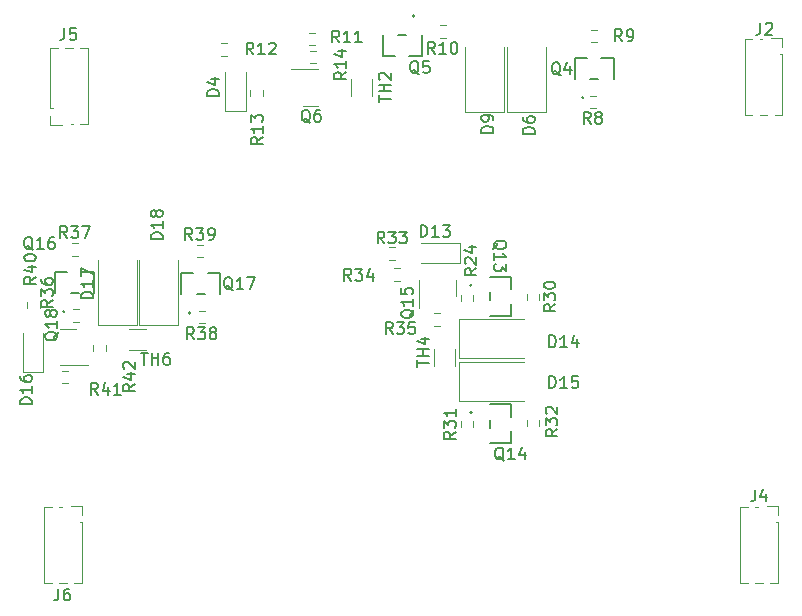
<source format=gbr>
%TF.GenerationSoftware,KiCad,Pcbnew,7.0.10*%
%TF.CreationDate,2025-03-26T19:50:54+01:00*%
%TF.ProjectId,DIC_Addon,4449435f-4164-4646-9f6e-2e6b69636164,rev?*%
%TF.SameCoordinates,Original*%
%TF.FileFunction,Legend,Top*%
%TF.FilePolarity,Positive*%
%FSLAX46Y46*%
G04 Gerber Fmt 4.6, Leading zero omitted, Abs format (unit mm)*
G04 Created by KiCad (PCBNEW 7.0.10) date 2025-03-26 19:50:54*
%MOMM*%
%LPD*%
G01*
G04 APERTURE LIST*
%ADD10C,0.150000*%
%ADD11C,0.120000*%
%ADD12C,0.152400*%
G04 APERTURE END LIST*
D10*
X37191961Y-21276457D02*
X37096723Y-21228838D01*
X37096723Y-21228838D02*
X37001485Y-21133600D01*
X37001485Y-21133600D02*
X36858628Y-20990742D01*
X36858628Y-20990742D02*
X36763390Y-20943123D01*
X36763390Y-20943123D02*
X36668152Y-20943123D01*
X36715771Y-21181219D02*
X36620533Y-21133600D01*
X36620533Y-21133600D02*
X36525295Y-21038361D01*
X36525295Y-21038361D02*
X36477676Y-20847885D01*
X36477676Y-20847885D02*
X36477676Y-20514552D01*
X36477676Y-20514552D02*
X36525295Y-20324076D01*
X36525295Y-20324076D02*
X36620533Y-20228838D01*
X36620533Y-20228838D02*
X36715771Y-20181219D01*
X36715771Y-20181219D02*
X36906247Y-20181219D01*
X36906247Y-20181219D02*
X37001485Y-20228838D01*
X37001485Y-20228838D02*
X37096723Y-20324076D01*
X37096723Y-20324076D02*
X37144342Y-20514552D01*
X37144342Y-20514552D02*
X37144342Y-20847885D01*
X37144342Y-20847885D02*
X37096723Y-21038361D01*
X37096723Y-21038361D02*
X37001485Y-21133600D01*
X37001485Y-21133600D02*
X36906247Y-21181219D01*
X36906247Y-21181219D02*
X36715771Y-21181219D01*
X38001485Y-20181219D02*
X37811009Y-20181219D01*
X37811009Y-20181219D02*
X37715771Y-20228838D01*
X37715771Y-20228838D02*
X37668152Y-20276457D01*
X37668152Y-20276457D02*
X37572914Y-20419314D01*
X37572914Y-20419314D02*
X37525295Y-20609790D01*
X37525295Y-20609790D02*
X37525295Y-20990742D01*
X37525295Y-20990742D02*
X37572914Y-21085980D01*
X37572914Y-21085980D02*
X37620533Y-21133600D01*
X37620533Y-21133600D02*
X37715771Y-21181219D01*
X37715771Y-21181219D02*
X37906247Y-21181219D01*
X37906247Y-21181219D02*
X38001485Y-21133600D01*
X38001485Y-21133600D02*
X38049104Y-21085980D01*
X38049104Y-21085980D02*
X38096723Y-20990742D01*
X38096723Y-20990742D02*
X38096723Y-20752647D01*
X38096723Y-20752647D02*
X38049104Y-20657409D01*
X38049104Y-20657409D02*
X38001485Y-20609790D01*
X38001485Y-20609790D02*
X37906247Y-20562171D01*
X37906247Y-20562171D02*
X37715771Y-20562171D01*
X37715771Y-20562171D02*
X37620533Y-20609790D01*
X37620533Y-20609790D02*
X37572914Y-20657409D01*
X37572914Y-20657409D02*
X37525295Y-20752647D01*
X13612019Y-45105485D02*
X12612019Y-45105485D01*
X12612019Y-45105485D02*
X12612019Y-44867390D01*
X12612019Y-44867390D02*
X12659638Y-44724533D01*
X12659638Y-44724533D02*
X12754876Y-44629295D01*
X12754876Y-44629295D02*
X12850114Y-44581676D01*
X12850114Y-44581676D02*
X13040590Y-44534057D01*
X13040590Y-44534057D02*
X13183447Y-44534057D01*
X13183447Y-44534057D02*
X13373923Y-44581676D01*
X13373923Y-44581676D02*
X13469161Y-44629295D01*
X13469161Y-44629295D02*
X13564400Y-44724533D01*
X13564400Y-44724533D02*
X13612019Y-44867390D01*
X13612019Y-44867390D02*
X13612019Y-45105485D01*
X13612019Y-43581676D02*
X13612019Y-44153104D01*
X13612019Y-43867390D02*
X12612019Y-43867390D01*
X12612019Y-43867390D02*
X12754876Y-43962628D01*
X12754876Y-43962628D02*
X12850114Y-44057866D01*
X12850114Y-44057866D02*
X12897733Y-44153104D01*
X12612019Y-42724533D02*
X12612019Y-42915009D01*
X12612019Y-42915009D02*
X12659638Y-43010247D01*
X12659638Y-43010247D02*
X12707257Y-43057866D01*
X12707257Y-43057866D02*
X12850114Y-43153104D01*
X12850114Y-43153104D02*
X13040590Y-43200723D01*
X13040590Y-43200723D02*
X13421542Y-43200723D01*
X13421542Y-43200723D02*
X13516780Y-43153104D01*
X13516780Y-43153104D02*
X13564400Y-43105485D01*
X13564400Y-43105485D02*
X13612019Y-43010247D01*
X13612019Y-43010247D02*
X13612019Y-42819771D01*
X13612019Y-42819771D02*
X13564400Y-42724533D01*
X13564400Y-42724533D02*
X13516780Y-42676914D01*
X13516780Y-42676914D02*
X13421542Y-42629295D01*
X13421542Y-42629295D02*
X13183447Y-42629295D01*
X13183447Y-42629295D02*
X13088209Y-42676914D01*
X13088209Y-42676914D02*
X13040590Y-42724533D01*
X13040590Y-42724533D02*
X12992971Y-42819771D01*
X12992971Y-42819771D02*
X12992971Y-43010247D01*
X12992971Y-43010247D02*
X13040590Y-43105485D01*
X13040590Y-43105485D02*
X13088209Y-43153104D01*
X13088209Y-43153104D02*
X13183447Y-43200723D01*
X15871866Y-60719619D02*
X15871866Y-61433904D01*
X15871866Y-61433904D02*
X15824247Y-61576761D01*
X15824247Y-61576761D02*
X15729009Y-61672000D01*
X15729009Y-61672000D02*
X15586152Y-61719619D01*
X15586152Y-61719619D02*
X15490914Y-61719619D01*
X16776628Y-60719619D02*
X16586152Y-60719619D01*
X16586152Y-60719619D02*
X16490914Y-60767238D01*
X16490914Y-60767238D02*
X16443295Y-60814857D01*
X16443295Y-60814857D02*
X16348057Y-60957714D01*
X16348057Y-60957714D02*
X16300438Y-61148190D01*
X16300438Y-61148190D02*
X16300438Y-61529142D01*
X16300438Y-61529142D02*
X16348057Y-61624380D01*
X16348057Y-61624380D02*
X16395676Y-61672000D01*
X16395676Y-61672000D02*
X16490914Y-61719619D01*
X16490914Y-61719619D02*
X16681390Y-61719619D01*
X16681390Y-61719619D02*
X16776628Y-61672000D01*
X16776628Y-61672000D02*
X16824247Y-61624380D01*
X16824247Y-61624380D02*
X16871866Y-61529142D01*
X16871866Y-61529142D02*
X16871866Y-61291047D01*
X16871866Y-61291047D02*
X16824247Y-61195809D01*
X16824247Y-61195809D02*
X16776628Y-61148190D01*
X16776628Y-61148190D02*
X16681390Y-61100571D01*
X16681390Y-61100571D02*
X16490914Y-61100571D01*
X16490914Y-61100571D02*
X16395676Y-61148190D01*
X16395676Y-61148190D02*
X16348057Y-61195809D01*
X16348057Y-61195809D02*
X16300438Y-61291047D01*
X19219942Y-44295219D02*
X18886609Y-43819028D01*
X18648514Y-44295219D02*
X18648514Y-43295219D01*
X18648514Y-43295219D02*
X19029466Y-43295219D01*
X19029466Y-43295219D02*
X19124704Y-43342838D01*
X19124704Y-43342838D02*
X19172323Y-43390457D01*
X19172323Y-43390457D02*
X19219942Y-43485695D01*
X19219942Y-43485695D02*
X19219942Y-43628552D01*
X19219942Y-43628552D02*
X19172323Y-43723790D01*
X19172323Y-43723790D02*
X19124704Y-43771409D01*
X19124704Y-43771409D02*
X19029466Y-43819028D01*
X19029466Y-43819028D02*
X18648514Y-43819028D01*
X20077085Y-43628552D02*
X20077085Y-44295219D01*
X19838990Y-43247600D02*
X19600895Y-43961885D01*
X19600895Y-43961885D02*
X20219942Y-43961885D01*
X21124704Y-44295219D02*
X20553276Y-44295219D01*
X20838990Y-44295219D02*
X20838990Y-43295219D01*
X20838990Y-43295219D02*
X20743752Y-43438076D01*
X20743752Y-43438076D02*
X20648514Y-43533314D01*
X20648514Y-43533314D02*
X20553276Y-43580933D01*
X32377142Y-15491619D02*
X32043809Y-15015428D01*
X31805714Y-15491619D02*
X31805714Y-14491619D01*
X31805714Y-14491619D02*
X32186666Y-14491619D01*
X32186666Y-14491619D02*
X32281904Y-14539238D01*
X32281904Y-14539238D02*
X32329523Y-14586857D01*
X32329523Y-14586857D02*
X32377142Y-14682095D01*
X32377142Y-14682095D02*
X32377142Y-14824952D01*
X32377142Y-14824952D02*
X32329523Y-14920190D01*
X32329523Y-14920190D02*
X32281904Y-14967809D01*
X32281904Y-14967809D02*
X32186666Y-15015428D01*
X32186666Y-15015428D02*
X31805714Y-15015428D01*
X33329523Y-15491619D02*
X32758095Y-15491619D01*
X33043809Y-15491619D02*
X33043809Y-14491619D01*
X33043809Y-14491619D02*
X32948571Y-14634476D01*
X32948571Y-14634476D02*
X32853333Y-14729714D01*
X32853333Y-14729714D02*
X32758095Y-14777333D01*
X33710476Y-14586857D02*
X33758095Y-14539238D01*
X33758095Y-14539238D02*
X33853333Y-14491619D01*
X33853333Y-14491619D02*
X34091428Y-14491619D01*
X34091428Y-14491619D02*
X34186666Y-14539238D01*
X34186666Y-14539238D02*
X34234285Y-14586857D01*
X34234285Y-14586857D02*
X34281904Y-14682095D01*
X34281904Y-14682095D02*
X34281904Y-14777333D01*
X34281904Y-14777333D02*
X34234285Y-14920190D01*
X34234285Y-14920190D02*
X33662857Y-15491619D01*
X33662857Y-15491619D02*
X34281904Y-15491619D01*
X53581371Y-49876857D02*
X53486133Y-49829238D01*
X53486133Y-49829238D02*
X53390895Y-49734000D01*
X53390895Y-49734000D02*
X53248038Y-49591142D01*
X53248038Y-49591142D02*
X53152800Y-49543523D01*
X53152800Y-49543523D02*
X53057562Y-49543523D01*
X53105181Y-49781619D02*
X53009943Y-49734000D01*
X53009943Y-49734000D02*
X52914705Y-49638761D01*
X52914705Y-49638761D02*
X52867086Y-49448285D01*
X52867086Y-49448285D02*
X52867086Y-49114952D01*
X52867086Y-49114952D02*
X52914705Y-48924476D01*
X52914705Y-48924476D02*
X53009943Y-48829238D01*
X53009943Y-48829238D02*
X53105181Y-48781619D01*
X53105181Y-48781619D02*
X53295657Y-48781619D01*
X53295657Y-48781619D02*
X53390895Y-48829238D01*
X53390895Y-48829238D02*
X53486133Y-48924476D01*
X53486133Y-48924476D02*
X53533752Y-49114952D01*
X53533752Y-49114952D02*
X53533752Y-49448285D01*
X53533752Y-49448285D02*
X53486133Y-49638761D01*
X53486133Y-49638761D02*
X53390895Y-49734000D01*
X53390895Y-49734000D02*
X53295657Y-49781619D01*
X53295657Y-49781619D02*
X53105181Y-49781619D01*
X54486133Y-49781619D02*
X53914705Y-49781619D01*
X54200419Y-49781619D02*
X54200419Y-48781619D01*
X54200419Y-48781619D02*
X54105181Y-48924476D01*
X54105181Y-48924476D02*
X54009943Y-49019714D01*
X54009943Y-49019714D02*
X53914705Y-49067333D01*
X55343276Y-49114952D02*
X55343276Y-49781619D01*
X55105181Y-48734000D02*
X54867086Y-49448285D01*
X54867086Y-49448285D02*
X55486133Y-49448285D01*
X33170019Y-22486857D02*
X32693828Y-22820190D01*
X33170019Y-23058285D02*
X32170019Y-23058285D01*
X32170019Y-23058285D02*
X32170019Y-22677333D01*
X32170019Y-22677333D02*
X32217638Y-22582095D01*
X32217638Y-22582095D02*
X32265257Y-22534476D01*
X32265257Y-22534476D02*
X32360495Y-22486857D01*
X32360495Y-22486857D02*
X32503352Y-22486857D01*
X32503352Y-22486857D02*
X32598590Y-22534476D01*
X32598590Y-22534476D02*
X32646209Y-22582095D01*
X32646209Y-22582095D02*
X32693828Y-22677333D01*
X32693828Y-22677333D02*
X32693828Y-23058285D01*
X33170019Y-21534476D02*
X33170019Y-22105904D01*
X33170019Y-21820190D02*
X32170019Y-21820190D01*
X32170019Y-21820190D02*
X32312876Y-21915428D01*
X32312876Y-21915428D02*
X32408114Y-22010666D01*
X32408114Y-22010666D02*
X32455733Y-22105904D01*
X32170019Y-21201142D02*
X32170019Y-20582095D01*
X32170019Y-20582095D02*
X32550971Y-20915428D01*
X32550971Y-20915428D02*
X32550971Y-20772571D01*
X32550971Y-20772571D02*
X32598590Y-20677333D01*
X32598590Y-20677333D02*
X32646209Y-20629714D01*
X32646209Y-20629714D02*
X32741447Y-20582095D01*
X32741447Y-20582095D02*
X32979542Y-20582095D01*
X32979542Y-20582095D02*
X33074780Y-20629714D01*
X33074780Y-20629714D02*
X33122400Y-20677333D01*
X33122400Y-20677333D02*
X33170019Y-20772571D01*
X33170019Y-20772571D02*
X33170019Y-21058285D01*
X33170019Y-21058285D02*
X33122400Y-21153523D01*
X33122400Y-21153523D02*
X33074780Y-21201142D01*
X56182419Y-22226494D02*
X55182419Y-22226494D01*
X55182419Y-22226494D02*
X55182419Y-21988399D01*
X55182419Y-21988399D02*
X55230038Y-21845542D01*
X55230038Y-21845542D02*
X55325276Y-21750304D01*
X55325276Y-21750304D02*
X55420514Y-21702685D01*
X55420514Y-21702685D02*
X55610990Y-21655066D01*
X55610990Y-21655066D02*
X55753847Y-21655066D01*
X55753847Y-21655066D02*
X55944323Y-21702685D01*
X55944323Y-21702685D02*
X56039561Y-21750304D01*
X56039561Y-21750304D02*
X56134800Y-21845542D01*
X56134800Y-21845542D02*
X56182419Y-21988399D01*
X56182419Y-21988399D02*
X56182419Y-22226494D01*
X55182419Y-20797923D02*
X55182419Y-20988399D01*
X55182419Y-20988399D02*
X55230038Y-21083637D01*
X55230038Y-21083637D02*
X55277657Y-21131256D01*
X55277657Y-21131256D02*
X55420514Y-21226494D01*
X55420514Y-21226494D02*
X55610990Y-21274113D01*
X55610990Y-21274113D02*
X55991942Y-21274113D01*
X55991942Y-21274113D02*
X56087180Y-21226494D01*
X56087180Y-21226494D02*
X56134800Y-21178875D01*
X56134800Y-21178875D02*
X56182419Y-21083637D01*
X56182419Y-21083637D02*
X56182419Y-20893161D01*
X56182419Y-20893161D02*
X56134800Y-20797923D01*
X56134800Y-20797923D02*
X56087180Y-20750304D01*
X56087180Y-20750304D02*
X55991942Y-20702685D01*
X55991942Y-20702685D02*
X55753847Y-20702685D01*
X55753847Y-20702685D02*
X55658609Y-20750304D01*
X55658609Y-20750304D02*
X55610990Y-20797923D01*
X55610990Y-20797923D02*
X55563371Y-20893161D01*
X55563371Y-20893161D02*
X55563371Y-21083637D01*
X55563371Y-21083637D02*
X55610990Y-21178875D01*
X55610990Y-21178875D02*
X55658609Y-21226494D01*
X55658609Y-21226494D02*
X55753847Y-21274113D01*
X63587333Y-14374019D02*
X63254000Y-13897828D01*
X63015905Y-14374019D02*
X63015905Y-13374019D01*
X63015905Y-13374019D02*
X63396857Y-13374019D01*
X63396857Y-13374019D02*
X63492095Y-13421638D01*
X63492095Y-13421638D02*
X63539714Y-13469257D01*
X63539714Y-13469257D02*
X63587333Y-13564495D01*
X63587333Y-13564495D02*
X63587333Y-13707352D01*
X63587333Y-13707352D02*
X63539714Y-13802590D01*
X63539714Y-13802590D02*
X63492095Y-13850209D01*
X63492095Y-13850209D02*
X63396857Y-13897828D01*
X63396857Y-13897828D02*
X63015905Y-13897828D01*
X64063524Y-14374019D02*
X64254000Y-14374019D01*
X64254000Y-14374019D02*
X64349238Y-14326400D01*
X64349238Y-14326400D02*
X64396857Y-14278780D01*
X64396857Y-14278780D02*
X64492095Y-14135923D01*
X64492095Y-14135923D02*
X64539714Y-13945447D01*
X64539714Y-13945447D02*
X64539714Y-13564495D01*
X64539714Y-13564495D02*
X64492095Y-13469257D01*
X64492095Y-13469257D02*
X64444476Y-13421638D01*
X64444476Y-13421638D02*
X64349238Y-13374019D01*
X64349238Y-13374019D02*
X64158762Y-13374019D01*
X64158762Y-13374019D02*
X64063524Y-13421638D01*
X64063524Y-13421638D02*
X64015905Y-13469257D01*
X64015905Y-13469257D02*
X63968286Y-13564495D01*
X63968286Y-13564495D02*
X63968286Y-13802590D01*
X63968286Y-13802590D02*
X64015905Y-13897828D01*
X64015905Y-13897828D02*
X64063524Y-13945447D01*
X64063524Y-13945447D02*
X64158762Y-13993066D01*
X64158762Y-13993066D02*
X64349238Y-13993066D01*
X64349238Y-13993066D02*
X64444476Y-13945447D01*
X64444476Y-13945447D02*
X64492095Y-13897828D01*
X64492095Y-13897828D02*
X64539714Y-13802590D01*
X49497819Y-47451356D02*
X49021628Y-47784689D01*
X49497819Y-48022784D02*
X48497819Y-48022784D01*
X48497819Y-48022784D02*
X48497819Y-47641832D01*
X48497819Y-47641832D02*
X48545438Y-47546594D01*
X48545438Y-47546594D02*
X48593057Y-47498975D01*
X48593057Y-47498975D02*
X48688295Y-47451356D01*
X48688295Y-47451356D02*
X48831152Y-47451356D01*
X48831152Y-47451356D02*
X48926390Y-47498975D01*
X48926390Y-47498975D02*
X48974009Y-47546594D01*
X48974009Y-47546594D02*
X49021628Y-47641832D01*
X49021628Y-47641832D02*
X49021628Y-48022784D01*
X48497819Y-47118022D02*
X48497819Y-46498975D01*
X48497819Y-46498975D02*
X48878771Y-46832308D01*
X48878771Y-46832308D02*
X48878771Y-46689451D01*
X48878771Y-46689451D02*
X48926390Y-46594213D01*
X48926390Y-46594213D02*
X48974009Y-46546594D01*
X48974009Y-46546594D02*
X49069247Y-46498975D01*
X49069247Y-46498975D02*
X49307342Y-46498975D01*
X49307342Y-46498975D02*
X49402580Y-46546594D01*
X49402580Y-46546594D02*
X49450200Y-46594213D01*
X49450200Y-46594213D02*
X49497819Y-46689451D01*
X49497819Y-46689451D02*
X49497819Y-46975165D01*
X49497819Y-46975165D02*
X49450200Y-47070403D01*
X49450200Y-47070403D02*
X49402580Y-47118022D01*
X49497819Y-45546594D02*
X49497819Y-46118022D01*
X49497819Y-45832308D02*
X48497819Y-45832308D01*
X48497819Y-45832308D02*
X48640676Y-45927546D01*
X48640676Y-45927546D02*
X48735914Y-46022784D01*
X48735914Y-46022784D02*
X48783533Y-46118022D01*
X40231219Y-17000457D02*
X39755028Y-17333790D01*
X40231219Y-17571885D02*
X39231219Y-17571885D01*
X39231219Y-17571885D02*
X39231219Y-17190933D01*
X39231219Y-17190933D02*
X39278838Y-17095695D01*
X39278838Y-17095695D02*
X39326457Y-17048076D01*
X39326457Y-17048076D02*
X39421695Y-17000457D01*
X39421695Y-17000457D02*
X39564552Y-17000457D01*
X39564552Y-17000457D02*
X39659790Y-17048076D01*
X39659790Y-17048076D02*
X39707409Y-17095695D01*
X39707409Y-17095695D02*
X39755028Y-17190933D01*
X39755028Y-17190933D02*
X39755028Y-17571885D01*
X40231219Y-16048076D02*
X40231219Y-16619504D01*
X40231219Y-16333790D02*
X39231219Y-16333790D01*
X39231219Y-16333790D02*
X39374076Y-16429028D01*
X39374076Y-16429028D02*
X39469314Y-16524266D01*
X39469314Y-16524266D02*
X39516933Y-16619504D01*
X39564552Y-15190933D02*
X40231219Y-15190933D01*
X39183600Y-15429028D02*
X39897885Y-15667123D01*
X39897885Y-15667123D02*
X39897885Y-15048076D01*
X44162742Y-39164419D02*
X43829409Y-38688228D01*
X43591314Y-39164419D02*
X43591314Y-38164419D01*
X43591314Y-38164419D02*
X43972266Y-38164419D01*
X43972266Y-38164419D02*
X44067504Y-38212038D01*
X44067504Y-38212038D02*
X44115123Y-38259657D01*
X44115123Y-38259657D02*
X44162742Y-38354895D01*
X44162742Y-38354895D02*
X44162742Y-38497752D01*
X44162742Y-38497752D02*
X44115123Y-38592990D01*
X44115123Y-38592990D02*
X44067504Y-38640609D01*
X44067504Y-38640609D02*
X43972266Y-38688228D01*
X43972266Y-38688228D02*
X43591314Y-38688228D01*
X44496076Y-38164419D02*
X45115123Y-38164419D01*
X45115123Y-38164419D02*
X44781790Y-38545371D01*
X44781790Y-38545371D02*
X44924647Y-38545371D01*
X44924647Y-38545371D02*
X45019885Y-38592990D01*
X45019885Y-38592990D02*
X45067504Y-38640609D01*
X45067504Y-38640609D02*
X45115123Y-38735847D01*
X45115123Y-38735847D02*
X45115123Y-38973942D01*
X45115123Y-38973942D02*
X45067504Y-39069180D01*
X45067504Y-39069180D02*
X45019885Y-39116800D01*
X45019885Y-39116800D02*
X44924647Y-39164419D01*
X44924647Y-39164419D02*
X44638933Y-39164419D01*
X44638933Y-39164419D02*
X44543695Y-39116800D01*
X44543695Y-39116800D02*
X44496076Y-39069180D01*
X46019885Y-38164419D02*
X45543695Y-38164419D01*
X45543695Y-38164419D02*
X45496076Y-38640609D01*
X45496076Y-38640609D02*
X45543695Y-38592990D01*
X45543695Y-38592990D02*
X45638933Y-38545371D01*
X45638933Y-38545371D02*
X45877028Y-38545371D01*
X45877028Y-38545371D02*
X45972266Y-38592990D01*
X45972266Y-38592990D02*
X46019885Y-38640609D01*
X46019885Y-38640609D02*
X46067504Y-38735847D01*
X46067504Y-38735847D02*
X46067504Y-38973942D01*
X46067504Y-38973942D02*
X46019885Y-39069180D01*
X46019885Y-39069180D02*
X45972266Y-39116800D01*
X45972266Y-39116800D02*
X45877028Y-39164419D01*
X45877028Y-39164419D02*
X45638933Y-39164419D01*
X45638933Y-39164419D02*
X45543695Y-39116800D01*
X45543695Y-39116800D02*
X45496076Y-39069180D01*
X18782819Y-36139285D02*
X17782819Y-36139285D01*
X17782819Y-36139285D02*
X17782819Y-35901190D01*
X17782819Y-35901190D02*
X17830438Y-35758333D01*
X17830438Y-35758333D02*
X17925676Y-35663095D01*
X17925676Y-35663095D02*
X18020914Y-35615476D01*
X18020914Y-35615476D02*
X18211390Y-35567857D01*
X18211390Y-35567857D02*
X18354247Y-35567857D01*
X18354247Y-35567857D02*
X18544723Y-35615476D01*
X18544723Y-35615476D02*
X18639961Y-35663095D01*
X18639961Y-35663095D02*
X18735200Y-35758333D01*
X18735200Y-35758333D02*
X18782819Y-35901190D01*
X18782819Y-35901190D02*
X18782819Y-36139285D01*
X18782819Y-34615476D02*
X18782819Y-35186904D01*
X18782819Y-34901190D02*
X17782819Y-34901190D01*
X17782819Y-34901190D02*
X17925676Y-34996428D01*
X17925676Y-34996428D02*
X18020914Y-35091666D01*
X18020914Y-35091666D02*
X18068533Y-35186904D01*
X17782819Y-34282142D02*
X17782819Y-33615476D01*
X17782819Y-33615476D02*
X18782819Y-34044047D01*
X57408914Y-43736419D02*
X57408914Y-42736419D01*
X57408914Y-42736419D02*
X57647009Y-42736419D01*
X57647009Y-42736419D02*
X57789866Y-42784038D01*
X57789866Y-42784038D02*
X57885104Y-42879276D01*
X57885104Y-42879276D02*
X57932723Y-42974514D01*
X57932723Y-42974514D02*
X57980342Y-43164990D01*
X57980342Y-43164990D02*
X57980342Y-43307847D01*
X57980342Y-43307847D02*
X57932723Y-43498323D01*
X57932723Y-43498323D02*
X57885104Y-43593561D01*
X57885104Y-43593561D02*
X57789866Y-43688800D01*
X57789866Y-43688800D02*
X57647009Y-43736419D01*
X57647009Y-43736419D02*
X57408914Y-43736419D01*
X58932723Y-43736419D02*
X58361295Y-43736419D01*
X58647009Y-43736419D02*
X58647009Y-42736419D01*
X58647009Y-42736419D02*
X58551771Y-42879276D01*
X58551771Y-42879276D02*
X58456533Y-42974514D01*
X58456533Y-42974514D02*
X58361295Y-43022133D01*
X59837485Y-42736419D02*
X59361295Y-42736419D01*
X59361295Y-42736419D02*
X59313676Y-43212609D01*
X59313676Y-43212609D02*
X59361295Y-43164990D01*
X59361295Y-43164990D02*
X59456533Y-43117371D01*
X59456533Y-43117371D02*
X59694628Y-43117371D01*
X59694628Y-43117371D02*
X59789866Y-43164990D01*
X59789866Y-43164990D02*
X59837485Y-43212609D01*
X59837485Y-43212609D02*
X59885104Y-43307847D01*
X59885104Y-43307847D02*
X59885104Y-43545942D01*
X59885104Y-43545942D02*
X59837485Y-43641180D01*
X59837485Y-43641180D02*
X59789866Y-43688800D01*
X59789866Y-43688800D02*
X59694628Y-43736419D01*
X59694628Y-43736419D02*
X59456533Y-43736419D01*
X59456533Y-43736419D02*
X59361295Y-43688800D01*
X59361295Y-43688800D02*
X59313676Y-43641180D01*
X46537714Y-30934819D02*
X46537714Y-29934819D01*
X46537714Y-29934819D02*
X46775809Y-29934819D01*
X46775809Y-29934819D02*
X46918666Y-29982438D01*
X46918666Y-29982438D02*
X47013904Y-30077676D01*
X47013904Y-30077676D02*
X47061523Y-30172914D01*
X47061523Y-30172914D02*
X47109142Y-30363390D01*
X47109142Y-30363390D02*
X47109142Y-30506247D01*
X47109142Y-30506247D02*
X47061523Y-30696723D01*
X47061523Y-30696723D02*
X47013904Y-30791961D01*
X47013904Y-30791961D02*
X46918666Y-30887200D01*
X46918666Y-30887200D02*
X46775809Y-30934819D01*
X46775809Y-30934819D02*
X46537714Y-30934819D01*
X48061523Y-30934819D02*
X47490095Y-30934819D01*
X47775809Y-30934819D02*
X47775809Y-29934819D01*
X47775809Y-29934819D02*
X47680571Y-30077676D01*
X47680571Y-30077676D02*
X47585333Y-30172914D01*
X47585333Y-30172914D02*
X47490095Y-30220533D01*
X48394857Y-29934819D02*
X49013904Y-29934819D01*
X49013904Y-29934819D02*
X48680571Y-30315771D01*
X48680571Y-30315771D02*
X48823428Y-30315771D01*
X48823428Y-30315771D02*
X48918666Y-30363390D01*
X48918666Y-30363390D02*
X48966285Y-30411009D01*
X48966285Y-30411009D02*
X49013904Y-30506247D01*
X49013904Y-30506247D02*
X49013904Y-30744342D01*
X49013904Y-30744342D02*
X48966285Y-30839580D01*
X48966285Y-30839580D02*
X48918666Y-30887200D01*
X48918666Y-30887200D02*
X48823428Y-30934819D01*
X48823428Y-30934819D02*
X48537714Y-30934819D01*
X48537714Y-30934819D02*
X48442476Y-30887200D01*
X48442476Y-30887200D02*
X48394857Y-30839580D01*
X58112819Y-47226457D02*
X57636628Y-47559790D01*
X58112819Y-47797885D02*
X57112819Y-47797885D01*
X57112819Y-47797885D02*
X57112819Y-47416933D01*
X57112819Y-47416933D02*
X57160438Y-47321695D01*
X57160438Y-47321695D02*
X57208057Y-47274076D01*
X57208057Y-47274076D02*
X57303295Y-47226457D01*
X57303295Y-47226457D02*
X57446152Y-47226457D01*
X57446152Y-47226457D02*
X57541390Y-47274076D01*
X57541390Y-47274076D02*
X57589009Y-47321695D01*
X57589009Y-47321695D02*
X57636628Y-47416933D01*
X57636628Y-47416933D02*
X57636628Y-47797885D01*
X57112819Y-46893123D02*
X57112819Y-46274076D01*
X57112819Y-46274076D02*
X57493771Y-46607409D01*
X57493771Y-46607409D02*
X57493771Y-46464552D01*
X57493771Y-46464552D02*
X57541390Y-46369314D01*
X57541390Y-46369314D02*
X57589009Y-46321695D01*
X57589009Y-46321695D02*
X57684247Y-46274076D01*
X57684247Y-46274076D02*
X57922342Y-46274076D01*
X57922342Y-46274076D02*
X58017580Y-46321695D01*
X58017580Y-46321695D02*
X58065200Y-46369314D01*
X58065200Y-46369314D02*
X58112819Y-46464552D01*
X58112819Y-46464552D02*
X58112819Y-46750266D01*
X58112819Y-46750266D02*
X58065200Y-46845504D01*
X58065200Y-46845504D02*
X58017580Y-46893123D01*
X57208057Y-45893123D02*
X57160438Y-45845504D01*
X57160438Y-45845504D02*
X57112819Y-45750266D01*
X57112819Y-45750266D02*
X57112819Y-45512171D01*
X57112819Y-45512171D02*
X57160438Y-45416933D01*
X57160438Y-45416933D02*
X57208057Y-45369314D01*
X57208057Y-45369314D02*
X57303295Y-45321695D01*
X57303295Y-45321695D02*
X57398533Y-45321695D01*
X57398533Y-45321695D02*
X57541390Y-45369314D01*
X57541390Y-45369314D02*
X58112819Y-45940742D01*
X58112819Y-45940742D02*
X58112819Y-45321695D01*
X51254819Y-33612057D02*
X50778628Y-33945390D01*
X51254819Y-34183485D02*
X50254819Y-34183485D01*
X50254819Y-34183485D02*
X50254819Y-33802533D01*
X50254819Y-33802533D02*
X50302438Y-33707295D01*
X50302438Y-33707295D02*
X50350057Y-33659676D01*
X50350057Y-33659676D02*
X50445295Y-33612057D01*
X50445295Y-33612057D02*
X50588152Y-33612057D01*
X50588152Y-33612057D02*
X50683390Y-33659676D01*
X50683390Y-33659676D02*
X50731009Y-33707295D01*
X50731009Y-33707295D02*
X50778628Y-33802533D01*
X50778628Y-33802533D02*
X50778628Y-34183485D01*
X50350057Y-33231104D02*
X50302438Y-33183485D01*
X50302438Y-33183485D02*
X50254819Y-33088247D01*
X50254819Y-33088247D02*
X50254819Y-32850152D01*
X50254819Y-32850152D02*
X50302438Y-32754914D01*
X50302438Y-32754914D02*
X50350057Y-32707295D01*
X50350057Y-32707295D02*
X50445295Y-32659676D01*
X50445295Y-32659676D02*
X50540533Y-32659676D01*
X50540533Y-32659676D02*
X50683390Y-32707295D01*
X50683390Y-32707295D02*
X51254819Y-33278723D01*
X51254819Y-33278723D02*
X51254819Y-32659676D01*
X50588152Y-31802533D02*
X51254819Y-31802533D01*
X50207200Y-32040628D02*
X50921485Y-32278723D01*
X50921485Y-32278723D02*
X50921485Y-31659676D01*
X13703371Y-32046057D02*
X13608133Y-31998438D01*
X13608133Y-31998438D02*
X13512895Y-31903200D01*
X13512895Y-31903200D02*
X13370038Y-31760342D01*
X13370038Y-31760342D02*
X13274800Y-31712723D01*
X13274800Y-31712723D02*
X13179562Y-31712723D01*
X13227181Y-31950819D02*
X13131943Y-31903200D01*
X13131943Y-31903200D02*
X13036705Y-31807961D01*
X13036705Y-31807961D02*
X12989086Y-31617485D01*
X12989086Y-31617485D02*
X12989086Y-31284152D01*
X12989086Y-31284152D02*
X13036705Y-31093676D01*
X13036705Y-31093676D02*
X13131943Y-30998438D01*
X13131943Y-30998438D02*
X13227181Y-30950819D01*
X13227181Y-30950819D02*
X13417657Y-30950819D01*
X13417657Y-30950819D02*
X13512895Y-30998438D01*
X13512895Y-30998438D02*
X13608133Y-31093676D01*
X13608133Y-31093676D02*
X13655752Y-31284152D01*
X13655752Y-31284152D02*
X13655752Y-31617485D01*
X13655752Y-31617485D02*
X13608133Y-31807961D01*
X13608133Y-31807961D02*
X13512895Y-31903200D01*
X13512895Y-31903200D02*
X13417657Y-31950819D01*
X13417657Y-31950819D02*
X13227181Y-31950819D01*
X14608133Y-31950819D02*
X14036705Y-31950819D01*
X14322419Y-31950819D02*
X14322419Y-30950819D01*
X14322419Y-30950819D02*
X14227181Y-31093676D01*
X14227181Y-31093676D02*
X14131943Y-31188914D01*
X14131943Y-31188914D02*
X14036705Y-31236533D01*
X15465276Y-30950819D02*
X15274800Y-30950819D01*
X15274800Y-30950819D02*
X15179562Y-30998438D01*
X15179562Y-30998438D02*
X15131943Y-31046057D01*
X15131943Y-31046057D02*
X15036705Y-31188914D01*
X15036705Y-31188914D02*
X14989086Y-31379390D01*
X14989086Y-31379390D02*
X14989086Y-31760342D01*
X14989086Y-31760342D02*
X15036705Y-31855580D01*
X15036705Y-31855580D02*
X15084324Y-31903200D01*
X15084324Y-31903200D02*
X15179562Y-31950819D01*
X15179562Y-31950819D02*
X15370038Y-31950819D01*
X15370038Y-31950819D02*
X15465276Y-31903200D01*
X15465276Y-31903200D02*
X15512895Y-31855580D01*
X15512895Y-31855580D02*
X15560514Y-31760342D01*
X15560514Y-31760342D02*
X15560514Y-31522247D01*
X15560514Y-31522247D02*
X15512895Y-31427009D01*
X15512895Y-31427009D02*
X15465276Y-31379390D01*
X15465276Y-31379390D02*
X15370038Y-31331771D01*
X15370038Y-31331771D02*
X15179562Y-31331771D01*
X15179562Y-31331771D02*
X15084324Y-31379390D01*
X15084324Y-31379390D02*
X15036705Y-31427009D01*
X15036705Y-31427009D02*
X14989086Y-31522247D01*
X27195542Y-31188819D02*
X26862209Y-30712628D01*
X26624114Y-31188819D02*
X26624114Y-30188819D01*
X26624114Y-30188819D02*
X27005066Y-30188819D01*
X27005066Y-30188819D02*
X27100304Y-30236438D01*
X27100304Y-30236438D02*
X27147923Y-30284057D01*
X27147923Y-30284057D02*
X27195542Y-30379295D01*
X27195542Y-30379295D02*
X27195542Y-30522152D01*
X27195542Y-30522152D02*
X27147923Y-30617390D01*
X27147923Y-30617390D02*
X27100304Y-30665009D01*
X27100304Y-30665009D02*
X27005066Y-30712628D01*
X27005066Y-30712628D02*
X26624114Y-30712628D01*
X27528876Y-30188819D02*
X28147923Y-30188819D01*
X28147923Y-30188819D02*
X27814590Y-30569771D01*
X27814590Y-30569771D02*
X27957447Y-30569771D01*
X27957447Y-30569771D02*
X28052685Y-30617390D01*
X28052685Y-30617390D02*
X28100304Y-30665009D01*
X28100304Y-30665009D02*
X28147923Y-30760247D01*
X28147923Y-30760247D02*
X28147923Y-30998342D01*
X28147923Y-30998342D02*
X28100304Y-31093580D01*
X28100304Y-31093580D02*
X28052685Y-31141200D01*
X28052685Y-31141200D02*
X27957447Y-31188819D01*
X27957447Y-31188819D02*
X27671733Y-31188819D01*
X27671733Y-31188819D02*
X27576495Y-31141200D01*
X27576495Y-31141200D02*
X27528876Y-31093580D01*
X28624114Y-31188819D02*
X28814590Y-31188819D01*
X28814590Y-31188819D02*
X28909828Y-31141200D01*
X28909828Y-31141200D02*
X28957447Y-31093580D01*
X28957447Y-31093580D02*
X29052685Y-30950723D01*
X29052685Y-30950723D02*
X29100304Y-30760247D01*
X29100304Y-30760247D02*
X29100304Y-30379295D01*
X29100304Y-30379295D02*
X29052685Y-30284057D01*
X29052685Y-30284057D02*
X29005066Y-30236438D01*
X29005066Y-30236438D02*
X28909828Y-30188819D01*
X28909828Y-30188819D02*
X28719352Y-30188819D01*
X28719352Y-30188819D02*
X28624114Y-30236438D01*
X28624114Y-30236438D02*
X28576495Y-30284057D01*
X28576495Y-30284057D02*
X28528876Y-30379295D01*
X28528876Y-30379295D02*
X28528876Y-30617390D01*
X28528876Y-30617390D02*
X28576495Y-30712628D01*
X28576495Y-30712628D02*
X28624114Y-30760247D01*
X28624114Y-30760247D02*
X28719352Y-30807866D01*
X28719352Y-30807866D02*
X28909828Y-30807866D01*
X28909828Y-30807866D02*
X29005066Y-30760247D01*
X29005066Y-30760247D02*
X29052685Y-30712628D01*
X29052685Y-30712628D02*
X29100304Y-30617390D01*
X39641542Y-14475619D02*
X39308209Y-13999428D01*
X39070114Y-14475619D02*
X39070114Y-13475619D01*
X39070114Y-13475619D02*
X39451066Y-13475619D01*
X39451066Y-13475619D02*
X39546304Y-13523238D01*
X39546304Y-13523238D02*
X39593923Y-13570857D01*
X39593923Y-13570857D02*
X39641542Y-13666095D01*
X39641542Y-13666095D02*
X39641542Y-13808952D01*
X39641542Y-13808952D02*
X39593923Y-13904190D01*
X39593923Y-13904190D02*
X39546304Y-13951809D01*
X39546304Y-13951809D02*
X39451066Y-13999428D01*
X39451066Y-13999428D02*
X39070114Y-13999428D01*
X40593923Y-14475619D02*
X40022495Y-14475619D01*
X40308209Y-14475619D02*
X40308209Y-13475619D01*
X40308209Y-13475619D02*
X40212971Y-13618476D01*
X40212971Y-13618476D02*
X40117733Y-13713714D01*
X40117733Y-13713714D02*
X40022495Y-13761333D01*
X41546304Y-14475619D02*
X40974876Y-14475619D01*
X41260590Y-14475619D02*
X41260590Y-13475619D01*
X41260590Y-13475619D02*
X41165352Y-13618476D01*
X41165352Y-13618476D02*
X41070114Y-13713714D01*
X41070114Y-13713714D02*
X40974876Y-13761333D01*
X52688342Y-31991371D02*
X52735961Y-31896133D01*
X52735961Y-31896133D02*
X52831200Y-31800895D01*
X52831200Y-31800895D02*
X52974057Y-31658038D01*
X52974057Y-31658038D02*
X53021676Y-31562800D01*
X53021676Y-31562800D02*
X53021676Y-31467562D01*
X52783580Y-31515181D02*
X52831200Y-31419943D01*
X52831200Y-31419943D02*
X52926438Y-31324705D01*
X52926438Y-31324705D02*
X53116914Y-31277086D01*
X53116914Y-31277086D02*
X53450247Y-31277086D01*
X53450247Y-31277086D02*
X53640723Y-31324705D01*
X53640723Y-31324705D02*
X53735961Y-31419943D01*
X53735961Y-31419943D02*
X53783580Y-31515181D01*
X53783580Y-31515181D02*
X53783580Y-31705657D01*
X53783580Y-31705657D02*
X53735961Y-31800895D01*
X53735961Y-31800895D02*
X53640723Y-31896133D01*
X53640723Y-31896133D02*
X53450247Y-31943752D01*
X53450247Y-31943752D02*
X53116914Y-31943752D01*
X53116914Y-31943752D02*
X52926438Y-31896133D01*
X52926438Y-31896133D02*
X52831200Y-31800895D01*
X52831200Y-31800895D02*
X52783580Y-31705657D01*
X52783580Y-31705657D02*
X52783580Y-31515181D01*
X52783580Y-32896133D02*
X52783580Y-32324705D01*
X52783580Y-32610419D02*
X53783580Y-32610419D01*
X53783580Y-32610419D02*
X53640723Y-32515181D01*
X53640723Y-32515181D02*
X53545485Y-32419943D01*
X53545485Y-32419943D02*
X53497866Y-32324705D01*
X53783580Y-33229467D02*
X53783580Y-33848514D01*
X53783580Y-33848514D02*
X53402628Y-33515181D01*
X53402628Y-33515181D02*
X53402628Y-33658038D01*
X53402628Y-33658038D02*
X53355009Y-33753276D01*
X53355009Y-33753276D02*
X53307390Y-33800895D01*
X53307390Y-33800895D02*
X53212152Y-33848514D01*
X53212152Y-33848514D02*
X52974057Y-33848514D01*
X52974057Y-33848514D02*
X52878819Y-33800895D01*
X52878819Y-33800895D02*
X52831200Y-33753276D01*
X52831200Y-33753276D02*
X52783580Y-33658038D01*
X52783580Y-33658038D02*
X52783580Y-33372324D01*
X52783580Y-33372324D02*
X52831200Y-33277086D01*
X52831200Y-33277086D02*
X52878819Y-33229467D01*
X52677219Y-22124894D02*
X51677219Y-22124894D01*
X51677219Y-22124894D02*
X51677219Y-21886799D01*
X51677219Y-21886799D02*
X51724838Y-21743942D01*
X51724838Y-21743942D02*
X51820076Y-21648704D01*
X51820076Y-21648704D02*
X51915314Y-21601085D01*
X51915314Y-21601085D02*
X52105790Y-21553466D01*
X52105790Y-21553466D02*
X52248647Y-21553466D01*
X52248647Y-21553466D02*
X52439123Y-21601085D01*
X52439123Y-21601085D02*
X52534361Y-21648704D01*
X52534361Y-21648704D02*
X52629600Y-21743942D01*
X52629600Y-21743942D02*
X52677219Y-21886799D01*
X52677219Y-21886799D02*
X52677219Y-22124894D01*
X52677219Y-21077275D02*
X52677219Y-20886799D01*
X52677219Y-20886799D02*
X52629600Y-20791561D01*
X52629600Y-20791561D02*
X52581980Y-20743942D01*
X52581980Y-20743942D02*
X52439123Y-20648704D01*
X52439123Y-20648704D02*
X52248647Y-20601085D01*
X52248647Y-20601085D02*
X51867695Y-20601085D01*
X51867695Y-20601085D02*
X51772457Y-20648704D01*
X51772457Y-20648704D02*
X51724838Y-20696323D01*
X51724838Y-20696323D02*
X51677219Y-20791561D01*
X51677219Y-20791561D02*
X51677219Y-20982037D01*
X51677219Y-20982037D02*
X51724838Y-21077275D01*
X51724838Y-21077275D02*
X51772457Y-21124894D01*
X51772457Y-21124894D02*
X51867695Y-21172513D01*
X51867695Y-21172513D02*
X52105790Y-21172513D01*
X52105790Y-21172513D02*
X52201028Y-21124894D01*
X52201028Y-21124894D02*
X52248647Y-21077275D01*
X52248647Y-21077275D02*
X52296266Y-20982037D01*
X52296266Y-20982037D02*
X52296266Y-20791561D01*
X52296266Y-20791561D02*
X52248647Y-20696323D01*
X52248647Y-20696323D02*
X52201028Y-20648704D01*
X52201028Y-20648704D02*
X52105790Y-20601085D01*
X24686419Y-31135485D02*
X23686419Y-31135485D01*
X23686419Y-31135485D02*
X23686419Y-30897390D01*
X23686419Y-30897390D02*
X23734038Y-30754533D01*
X23734038Y-30754533D02*
X23829276Y-30659295D01*
X23829276Y-30659295D02*
X23924514Y-30611676D01*
X23924514Y-30611676D02*
X24114990Y-30564057D01*
X24114990Y-30564057D02*
X24257847Y-30564057D01*
X24257847Y-30564057D02*
X24448323Y-30611676D01*
X24448323Y-30611676D02*
X24543561Y-30659295D01*
X24543561Y-30659295D02*
X24638800Y-30754533D01*
X24638800Y-30754533D02*
X24686419Y-30897390D01*
X24686419Y-30897390D02*
X24686419Y-31135485D01*
X24686419Y-29611676D02*
X24686419Y-30183104D01*
X24686419Y-29897390D02*
X23686419Y-29897390D01*
X23686419Y-29897390D02*
X23829276Y-29992628D01*
X23829276Y-29992628D02*
X23924514Y-30087866D01*
X23924514Y-30087866D02*
X23972133Y-30183104D01*
X24114990Y-29040247D02*
X24067371Y-29135485D01*
X24067371Y-29135485D02*
X24019752Y-29183104D01*
X24019752Y-29183104D02*
X23924514Y-29230723D01*
X23924514Y-29230723D02*
X23876895Y-29230723D01*
X23876895Y-29230723D02*
X23781657Y-29183104D01*
X23781657Y-29183104D02*
X23734038Y-29135485D01*
X23734038Y-29135485D02*
X23686419Y-29040247D01*
X23686419Y-29040247D02*
X23686419Y-28849771D01*
X23686419Y-28849771D02*
X23734038Y-28754533D01*
X23734038Y-28754533D02*
X23781657Y-28706914D01*
X23781657Y-28706914D02*
X23876895Y-28659295D01*
X23876895Y-28659295D02*
X23924514Y-28659295D01*
X23924514Y-28659295D02*
X24019752Y-28706914D01*
X24019752Y-28706914D02*
X24067371Y-28754533D01*
X24067371Y-28754533D02*
X24114990Y-28849771D01*
X24114990Y-28849771D02*
X24114990Y-29040247D01*
X24114990Y-29040247D02*
X24162609Y-29135485D01*
X24162609Y-29135485D02*
X24210228Y-29183104D01*
X24210228Y-29183104D02*
X24305466Y-29230723D01*
X24305466Y-29230723D02*
X24495942Y-29230723D01*
X24495942Y-29230723D02*
X24591180Y-29183104D01*
X24591180Y-29183104D02*
X24638800Y-29135485D01*
X24638800Y-29135485D02*
X24686419Y-29040247D01*
X24686419Y-29040247D02*
X24686419Y-28849771D01*
X24686419Y-28849771D02*
X24638800Y-28754533D01*
X24638800Y-28754533D02*
X24591180Y-28706914D01*
X24591180Y-28706914D02*
X24495942Y-28659295D01*
X24495942Y-28659295D02*
X24305466Y-28659295D01*
X24305466Y-28659295D02*
X24210228Y-28706914D01*
X24210228Y-28706914D02*
X24162609Y-28754533D01*
X24162609Y-28754533D02*
X24114990Y-28849771D01*
X16607142Y-31028819D02*
X16273809Y-30552628D01*
X16035714Y-31028819D02*
X16035714Y-30028819D01*
X16035714Y-30028819D02*
X16416666Y-30028819D01*
X16416666Y-30028819D02*
X16511904Y-30076438D01*
X16511904Y-30076438D02*
X16559523Y-30124057D01*
X16559523Y-30124057D02*
X16607142Y-30219295D01*
X16607142Y-30219295D02*
X16607142Y-30362152D01*
X16607142Y-30362152D02*
X16559523Y-30457390D01*
X16559523Y-30457390D02*
X16511904Y-30505009D01*
X16511904Y-30505009D02*
X16416666Y-30552628D01*
X16416666Y-30552628D02*
X16035714Y-30552628D01*
X16940476Y-30028819D02*
X17559523Y-30028819D01*
X17559523Y-30028819D02*
X17226190Y-30409771D01*
X17226190Y-30409771D02*
X17369047Y-30409771D01*
X17369047Y-30409771D02*
X17464285Y-30457390D01*
X17464285Y-30457390D02*
X17511904Y-30505009D01*
X17511904Y-30505009D02*
X17559523Y-30600247D01*
X17559523Y-30600247D02*
X17559523Y-30838342D01*
X17559523Y-30838342D02*
X17511904Y-30933580D01*
X17511904Y-30933580D02*
X17464285Y-30981200D01*
X17464285Y-30981200D02*
X17369047Y-31028819D01*
X17369047Y-31028819D02*
X17083333Y-31028819D01*
X17083333Y-31028819D02*
X16988095Y-30981200D01*
X16988095Y-30981200D02*
X16940476Y-30933580D01*
X17892857Y-30028819D02*
X18559523Y-30028819D01*
X18559523Y-30028819D02*
X18130952Y-31028819D01*
X40657542Y-34643219D02*
X40324209Y-34167028D01*
X40086114Y-34643219D02*
X40086114Y-33643219D01*
X40086114Y-33643219D02*
X40467066Y-33643219D01*
X40467066Y-33643219D02*
X40562304Y-33690838D01*
X40562304Y-33690838D02*
X40609923Y-33738457D01*
X40609923Y-33738457D02*
X40657542Y-33833695D01*
X40657542Y-33833695D02*
X40657542Y-33976552D01*
X40657542Y-33976552D02*
X40609923Y-34071790D01*
X40609923Y-34071790D02*
X40562304Y-34119409D01*
X40562304Y-34119409D02*
X40467066Y-34167028D01*
X40467066Y-34167028D02*
X40086114Y-34167028D01*
X40990876Y-33643219D02*
X41609923Y-33643219D01*
X41609923Y-33643219D02*
X41276590Y-34024171D01*
X41276590Y-34024171D02*
X41419447Y-34024171D01*
X41419447Y-34024171D02*
X41514685Y-34071790D01*
X41514685Y-34071790D02*
X41562304Y-34119409D01*
X41562304Y-34119409D02*
X41609923Y-34214647D01*
X41609923Y-34214647D02*
X41609923Y-34452742D01*
X41609923Y-34452742D02*
X41562304Y-34547980D01*
X41562304Y-34547980D02*
X41514685Y-34595600D01*
X41514685Y-34595600D02*
X41419447Y-34643219D01*
X41419447Y-34643219D02*
X41133733Y-34643219D01*
X41133733Y-34643219D02*
X41038495Y-34595600D01*
X41038495Y-34595600D02*
X40990876Y-34547980D01*
X42467066Y-33976552D02*
X42467066Y-34643219D01*
X42228971Y-33595600D02*
X41990876Y-34309885D01*
X41990876Y-34309885D02*
X42609923Y-34309885D01*
X43456642Y-31493619D02*
X43123309Y-31017428D01*
X42885214Y-31493619D02*
X42885214Y-30493619D01*
X42885214Y-30493619D02*
X43266166Y-30493619D01*
X43266166Y-30493619D02*
X43361404Y-30541238D01*
X43361404Y-30541238D02*
X43409023Y-30588857D01*
X43409023Y-30588857D02*
X43456642Y-30684095D01*
X43456642Y-30684095D02*
X43456642Y-30826952D01*
X43456642Y-30826952D02*
X43409023Y-30922190D01*
X43409023Y-30922190D02*
X43361404Y-30969809D01*
X43361404Y-30969809D02*
X43266166Y-31017428D01*
X43266166Y-31017428D02*
X42885214Y-31017428D01*
X43789976Y-30493619D02*
X44409023Y-30493619D01*
X44409023Y-30493619D02*
X44075690Y-30874571D01*
X44075690Y-30874571D02*
X44218547Y-30874571D01*
X44218547Y-30874571D02*
X44313785Y-30922190D01*
X44313785Y-30922190D02*
X44361404Y-30969809D01*
X44361404Y-30969809D02*
X44409023Y-31065047D01*
X44409023Y-31065047D02*
X44409023Y-31303142D01*
X44409023Y-31303142D02*
X44361404Y-31398380D01*
X44361404Y-31398380D02*
X44313785Y-31446000D01*
X44313785Y-31446000D02*
X44218547Y-31493619D01*
X44218547Y-31493619D02*
X43932833Y-31493619D01*
X43932833Y-31493619D02*
X43837595Y-31446000D01*
X43837595Y-31446000D02*
X43789976Y-31398380D01*
X44742357Y-30493619D02*
X45361404Y-30493619D01*
X45361404Y-30493619D02*
X45028071Y-30874571D01*
X45028071Y-30874571D02*
X45170928Y-30874571D01*
X45170928Y-30874571D02*
X45266166Y-30922190D01*
X45266166Y-30922190D02*
X45313785Y-30969809D01*
X45313785Y-30969809D02*
X45361404Y-31065047D01*
X45361404Y-31065047D02*
X45361404Y-31303142D01*
X45361404Y-31303142D02*
X45313785Y-31398380D01*
X45313785Y-31398380D02*
X45266166Y-31446000D01*
X45266166Y-31446000D02*
X45170928Y-31493619D01*
X45170928Y-31493619D02*
X44885214Y-31493619D01*
X44885214Y-31493619D02*
X44789976Y-31446000D01*
X44789976Y-31446000D02*
X44742357Y-31398380D01*
X29465819Y-19003594D02*
X28465819Y-19003594D01*
X28465819Y-19003594D02*
X28465819Y-18765499D01*
X28465819Y-18765499D02*
X28513438Y-18622642D01*
X28513438Y-18622642D02*
X28608676Y-18527404D01*
X28608676Y-18527404D02*
X28703914Y-18479785D01*
X28703914Y-18479785D02*
X28894390Y-18432166D01*
X28894390Y-18432166D02*
X29037247Y-18432166D01*
X29037247Y-18432166D02*
X29227723Y-18479785D01*
X29227723Y-18479785D02*
X29322961Y-18527404D01*
X29322961Y-18527404D02*
X29418200Y-18622642D01*
X29418200Y-18622642D02*
X29465819Y-18765499D01*
X29465819Y-18765499D02*
X29465819Y-19003594D01*
X28799152Y-17575023D02*
X29465819Y-17575023D01*
X28418200Y-17813118D02*
X29132485Y-18051213D01*
X29132485Y-18051213D02*
X29132485Y-17432166D01*
X22844286Y-40755219D02*
X23415714Y-40755219D01*
X23130000Y-41755219D02*
X23130000Y-40755219D01*
X23749048Y-41755219D02*
X23749048Y-40755219D01*
X23749048Y-41231409D02*
X24320476Y-41231409D01*
X24320476Y-41755219D02*
X24320476Y-40755219D01*
X25225238Y-40755219D02*
X25034762Y-40755219D01*
X25034762Y-40755219D02*
X24939524Y-40802838D01*
X24939524Y-40802838D02*
X24891905Y-40850457D01*
X24891905Y-40850457D02*
X24796667Y-40993314D01*
X24796667Y-40993314D02*
X24749048Y-41183790D01*
X24749048Y-41183790D02*
X24749048Y-41564742D01*
X24749048Y-41564742D02*
X24796667Y-41659980D01*
X24796667Y-41659980D02*
X24844286Y-41707600D01*
X24844286Y-41707600D02*
X24939524Y-41755219D01*
X24939524Y-41755219D02*
X25130000Y-41755219D01*
X25130000Y-41755219D02*
X25225238Y-41707600D01*
X25225238Y-41707600D02*
X25272857Y-41659980D01*
X25272857Y-41659980D02*
X25320476Y-41564742D01*
X25320476Y-41564742D02*
X25320476Y-41326647D01*
X25320476Y-41326647D02*
X25272857Y-41231409D01*
X25272857Y-41231409D02*
X25225238Y-41183790D01*
X25225238Y-41183790D02*
X25130000Y-41136171D01*
X25130000Y-41136171D02*
X24939524Y-41136171D01*
X24939524Y-41136171D02*
X24844286Y-41183790D01*
X24844286Y-41183790D02*
X24796667Y-41231409D01*
X24796667Y-41231409D02*
X24749048Y-41326647D01*
X13967619Y-34323257D02*
X13491428Y-34656590D01*
X13967619Y-34894685D02*
X12967619Y-34894685D01*
X12967619Y-34894685D02*
X12967619Y-34513733D01*
X12967619Y-34513733D02*
X13015238Y-34418495D01*
X13015238Y-34418495D02*
X13062857Y-34370876D01*
X13062857Y-34370876D02*
X13158095Y-34323257D01*
X13158095Y-34323257D02*
X13300952Y-34323257D01*
X13300952Y-34323257D02*
X13396190Y-34370876D01*
X13396190Y-34370876D02*
X13443809Y-34418495D01*
X13443809Y-34418495D02*
X13491428Y-34513733D01*
X13491428Y-34513733D02*
X13491428Y-34894685D01*
X13300952Y-33466114D02*
X13967619Y-33466114D01*
X12920000Y-33704209D02*
X13634285Y-33942304D01*
X13634285Y-33942304D02*
X13634285Y-33323257D01*
X12967619Y-32751828D02*
X12967619Y-32656590D01*
X12967619Y-32656590D02*
X13015238Y-32561352D01*
X13015238Y-32561352D02*
X13062857Y-32513733D01*
X13062857Y-32513733D02*
X13158095Y-32466114D01*
X13158095Y-32466114D02*
X13348571Y-32418495D01*
X13348571Y-32418495D02*
X13586666Y-32418495D01*
X13586666Y-32418495D02*
X13777142Y-32466114D01*
X13777142Y-32466114D02*
X13872380Y-32513733D01*
X13872380Y-32513733D02*
X13920000Y-32561352D01*
X13920000Y-32561352D02*
X13967619Y-32656590D01*
X13967619Y-32656590D02*
X13967619Y-32751828D01*
X13967619Y-32751828D02*
X13920000Y-32847066D01*
X13920000Y-32847066D02*
X13872380Y-32894685D01*
X13872380Y-32894685D02*
X13777142Y-32942304D01*
X13777142Y-32942304D02*
X13586666Y-32989923D01*
X13586666Y-32989923D02*
X13348571Y-32989923D01*
X13348571Y-32989923D02*
X13158095Y-32942304D01*
X13158095Y-32942304D02*
X13062857Y-32894685D01*
X13062857Y-32894685D02*
X13015238Y-32847066D01*
X13015238Y-32847066D02*
X12967619Y-32751828D01*
X60920333Y-21378719D02*
X60587000Y-20902528D01*
X60348905Y-21378719D02*
X60348905Y-20378719D01*
X60348905Y-20378719D02*
X60729857Y-20378719D01*
X60729857Y-20378719D02*
X60825095Y-20426338D01*
X60825095Y-20426338D02*
X60872714Y-20473957D01*
X60872714Y-20473957D02*
X60920333Y-20569195D01*
X60920333Y-20569195D02*
X60920333Y-20712052D01*
X60920333Y-20712052D02*
X60872714Y-20807290D01*
X60872714Y-20807290D02*
X60825095Y-20854909D01*
X60825095Y-20854909D02*
X60729857Y-20902528D01*
X60729857Y-20902528D02*
X60348905Y-20902528D01*
X61491762Y-20807290D02*
X61396524Y-20759671D01*
X61396524Y-20759671D02*
X61348905Y-20712052D01*
X61348905Y-20712052D02*
X61301286Y-20616814D01*
X61301286Y-20616814D02*
X61301286Y-20569195D01*
X61301286Y-20569195D02*
X61348905Y-20473957D01*
X61348905Y-20473957D02*
X61396524Y-20426338D01*
X61396524Y-20426338D02*
X61491762Y-20378719D01*
X61491762Y-20378719D02*
X61682238Y-20378719D01*
X61682238Y-20378719D02*
X61777476Y-20426338D01*
X61777476Y-20426338D02*
X61825095Y-20473957D01*
X61825095Y-20473957D02*
X61872714Y-20569195D01*
X61872714Y-20569195D02*
X61872714Y-20616814D01*
X61872714Y-20616814D02*
X61825095Y-20712052D01*
X61825095Y-20712052D02*
X61777476Y-20759671D01*
X61777476Y-20759671D02*
X61682238Y-20807290D01*
X61682238Y-20807290D02*
X61491762Y-20807290D01*
X61491762Y-20807290D02*
X61396524Y-20854909D01*
X61396524Y-20854909D02*
X61348905Y-20902528D01*
X61348905Y-20902528D02*
X61301286Y-20997766D01*
X61301286Y-20997766D02*
X61301286Y-21188242D01*
X61301286Y-21188242D02*
X61348905Y-21283480D01*
X61348905Y-21283480D02*
X61396524Y-21331100D01*
X61396524Y-21331100D02*
X61491762Y-21378719D01*
X61491762Y-21378719D02*
X61682238Y-21378719D01*
X61682238Y-21378719D02*
X61777476Y-21331100D01*
X61777476Y-21331100D02*
X61825095Y-21283480D01*
X61825095Y-21283480D02*
X61872714Y-21188242D01*
X61872714Y-21188242D02*
X61872714Y-20997766D01*
X61872714Y-20997766D02*
X61825095Y-20902528D01*
X61825095Y-20902528D02*
X61777476Y-20854909D01*
X61777476Y-20854909D02*
X61682238Y-20807290D01*
X30619771Y-35449657D02*
X30524533Y-35402038D01*
X30524533Y-35402038D02*
X30429295Y-35306800D01*
X30429295Y-35306800D02*
X30286438Y-35163942D01*
X30286438Y-35163942D02*
X30191200Y-35116323D01*
X30191200Y-35116323D02*
X30095962Y-35116323D01*
X30143581Y-35354419D02*
X30048343Y-35306800D01*
X30048343Y-35306800D02*
X29953105Y-35211561D01*
X29953105Y-35211561D02*
X29905486Y-35021085D01*
X29905486Y-35021085D02*
X29905486Y-34687752D01*
X29905486Y-34687752D02*
X29953105Y-34497276D01*
X29953105Y-34497276D02*
X30048343Y-34402038D01*
X30048343Y-34402038D02*
X30143581Y-34354419D01*
X30143581Y-34354419D02*
X30334057Y-34354419D01*
X30334057Y-34354419D02*
X30429295Y-34402038D01*
X30429295Y-34402038D02*
X30524533Y-34497276D01*
X30524533Y-34497276D02*
X30572152Y-34687752D01*
X30572152Y-34687752D02*
X30572152Y-35021085D01*
X30572152Y-35021085D02*
X30524533Y-35211561D01*
X30524533Y-35211561D02*
X30429295Y-35306800D01*
X30429295Y-35306800D02*
X30334057Y-35354419D01*
X30334057Y-35354419D02*
X30143581Y-35354419D01*
X31524533Y-35354419D02*
X30953105Y-35354419D01*
X31238819Y-35354419D02*
X31238819Y-34354419D01*
X31238819Y-34354419D02*
X31143581Y-34497276D01*
X31143581Y-34497276D02*
X31048343Y-34592514D01*
X31048343Y-34592514D02*
X30953105Y-34640133D01*
X31857867Y-34354419D02*
X32524533Y-34354419D01*
X32524533Y-34354419D02*
X32095962Y-35354419D01*
X15390019Y-36304457D02*
X14913828Y-36637790D01*
X15390019Y-36875885D02*
X14390019Y-36875885D01*
X14390019Y-36875885D02*
X14390019Y-36494933D01*
X14390019Y-36494933D02*
X14437638Y-36399695D01*
X14437638Y-36399695D02*
X14485257Y-36352076D01*
X14485257Y-36352076D02*
X14580495Y-36304457D01*
X14580495Y-36304457D02*
X14723352Y-36304457D01*
X14723352Y-36304457D02*
X14818590Y-36352076D01*
X14818590Y-36352076D02*
X14866209Y-36399695D01*
X14866209Y-36399695D02*
X14913828Y-36494933D01*
X14913828Y-36494933D02*
X14913828Y-36875885D01*
X14390019Y-35971123D02*
X14390019Y-35352076D01*
X14390019Y-35352076D02*
X14770971Y-35685409D01*
X14770971Y-35685409D02*
X14770971Y-35542552D01*
X14770971Y-35542552D02*
X14818590Y-35447314D01*
X14818590Y-35447314D02*
X14866209Y-35399695D01*
X14866209Y-35399695D02*
X14961447Y-35352076D01*
X14961447Y-35352076D02*
X15199542Y-35352076D01*
X15199542Y-35352076D02*
X15294780Y-35399695D01*
X15294780Y-35399695D02*
X15342400Y-35447314D01*
X15342400Y-35447314D02*
X15390019Y-35542552D01*
X15390019Y-35542552D02*
X15390019Y-35828266D01*
X15390019Y-35828266D02*
X15342400Y-35923504D01*
X15342400Y-35923504D02*
X15294780Y-35971123D01*
X14390019Y-34494933D02*
X14390019Y-34685409D01*
X14390019Y-34685409D02*
X14437638Y-34780647D01*
X14437638Y-34780647D02*
X14485257Y-34828266D01*
X14485257Y-34828266D02*
X14628114Y-34923504D01*
X14628114Y-34923504D02*
X14818590Y-34971123D01*
X14818590Y-34971123D02*
X15199542Y-34971123D01*
X15199542Y-34971123D02*
X15294780Y-34923504D01*
X15294780Y-34923504D02*
X15342400Y-34875885D01*
X15342400Y-34875885D02*
X15390019Y-34780647D01*
X15390019Y-34780647D02*
X15390019Y-34590171D01*
X15390019Y-34590171D02*
X15342400Y-34494933D01*
X15342400Y-34494933D02*
X15294780Y-34447314D01*
X15294780Y-34447314D02*
X15199542Y-34399695D01*
X15199542Y-34399695D02*
X14961447Y-34399695D01*
X14961447Y-34399695D02*
X14866209Y-34447314D01*
X14866209Y-34447314D02*
X14818590Y-34494933D01*
X14818590Y-34494933D02*
X14770971Y-34590171D01*
X14770971Y-34590171D02*
X14770971Y-34780647D01*
X14770971Y-34780647D02*
X14818590Y-34875885D01*
X14818590Y-34875885D02*
X14866209Y-34923504D01*
X14866209Y-34923504D02*
X14961447Y-34971123D01*
X15840857Y-38976228D02*
X15793238Y-39071466D01*
X15793238Y-39071466D02*
X15698000Y-39166704D01*
X15698000Y-39166704D02*
X15555142Y-39309561D01*
X15555142Y-39309561D02*
X15507523Y-39404799D01*
X15507523Y-39404799D02*
X15507523Y-39500037D01*
X15745619Y-39452418D02*
X15698000Y-39547656D01*
X15698000Y-39547656D02*
X15602761Y-39642894D01*
X15602761Y-39642894D02*
X15412285Y-39690513D01*
X15412285Y-39690513D02*
X15078952Y-39690513D01*
X15078952Y-39690513D02*
X14888476Y-39642894D01*
X14888476Y-39642894D02*
X14793238Y-39547656D01*
X14793238Y-39547656D02*
X14745619Y-39452418D01*
X14745619Y-39452418D02*
X14745619Y-39261942D01*
X14745619Y-39261942D02*
X14793238Y-39166704D01*
X14793238Y-39166704D02*
X14888476Y-39071466D01*
X14888476Y-39071466D02*
X15078952Y-39023847D01*
X15078952Y-39023847D02*
X15412285Y-39023847D01*
X15412285Y-39023847D02*
X15602761Y-39071466D01*
X15602761Y-39071466D02*
X15698000Y-39166704D01*
X15698000Y-39166704D02*
X15745619Y-39261942D01*
X15745619Y-39261942D02*
X15745619Y-39452418D01*
X15745619Y-38071466D02*
X15745619Y-38642894D01*
X15745619Y-38357180D02*
X14745619Y-38357180D01*
X14745619Y-38357180D02*
X14888476Y-38452418D01*
X14888476Y-38452418D02*
X14983714Y-38547656D01*
X14983714Y-38547656D02*
X15031333Y-38642894D01*
X15174190Y-37500037D02*
X15126571Y-37595275D01*
X15126571Y-37595275D02*
X15078952Y-37642894D01*
X15078952Y-37642894D02*
X14983714Y-37690513D01*
X14983714Y-37690513D02*
X14936095Y-37690513D01*
X14936095Y-37690513D02*
X14840857Y-37642894D01*
X14840857Y-37642894D02*
X14793238Y-37595275D01*
X14793238Y-37595275D02*
X14745619Y-37500037D01*
X14745619Y-37500037D02*
X14745619Y-37309561D01*
X14745619Y-37309561D02*
X14793238Y-37214323D01*
X14793238Y-37214323D02*
X14840857Y-37166704D01*
X14840857Y-37166704D02*
X14936095Y-37119085D01*
X14936095Y-37119085D02*
X14983714Y-37119085D01*
X14983714Y-37119085D02*
X15078952Y-37166704D01*
X15078952Y-37166704D02*
X15126571Y-37214323D01*
X15126571Y-37214323D02*
X15174190Y-37309561D01*
X15174190Y-37309561D02*
X15174190Y-37500037D01*
X15174190Y-37500037D02*
X15221809Y-37595275D01*
X15221809Y-37595275D02*
X15269428Y-37642894D01*
X15269428Y-37642894D02*
X15364666Y-37690513D01*
X15364666Y-37690513D02*
X15555142Y-37690513D01*
X15555142Y-37690513D02*
X15650380Y-37642894D01*
X15650380Y-37642894D02*
X15698000Y-37595275D01*
X15698000Y-37595275D02*
X15745619Y-37500037D01*
X15745619Y-37500037D02*
X15745619Y-37309561D01*
X15745619Y-37309561D02*
X15698000Y-37214323D01*
X15698000Y-37214323D02*
X15650380Y-37166704D01*
X15650380Y-37166704D02*
X15555142Y-37119085D01*
X15555142Y-37119085D02*
X15364666Y-37119085D01*
X15364666Y-37119085D02*
X15269428Y-37166704D01*
X15269428Y-37166704D02*
X15221809Y-37214323D01*
X15221809Y-37214323D02*
X15174190Y-37309561D01*
X75307866Y-12815219D02*
X75307866Y-13529504D01*
X75307866Y-13529504D02*
X75260247Y-13672361D01*
X75260247Y-13672361D02*
X75165009Y-13767600D01*
X75165009Y-13767600D02*
X75022152Y-13815219D01*
X75022152Y-13815219D02*
X74926914Y-13815219D01*
X75736438Y-12910457D02*
X75784057Y-12862838D01*
X75784057Y-12862838D02*
X75879295Y-12815219D01*
X75879295Y-12815219D02*
X76117390Y-12815219D01*
X76117390Y-12815219D02*
X76212628Y-12862838D01*
X76212628Y-12862838D02*
X76260247Y-12910457D01*
X76260247Y-12910457D02*
X76307866Y-13005695D01*
X76307866Y-13005695D02*
X76307866Y-13100933D01*
X76307866Y-13100933D02*
X76260247Y-13243790D01*
X76260247Y-13243790D02*
X75688819Y-13815219D01*
X75688819Y-13815219D02*
X76307866Y-13815219D01*
X16379866Y-13272419D02*
X16379866Y-13986704D01*
X16379866Y-13986704D02*
X16332247Y-14129561D01*
X16332247Y-14129561D02*
X16237009Y-14224800D01*
X16237009Y-14224800D02*
X16094152Y-14272419D01*
X16094152Y-14272419D02*
X15998914Y-14272419D01*
X17332247Y-13272419D02*
X16856057Y-13272419D01*
X16856057Y-13272419D02*
X16808438Y-13748609D01*
X16808438Y-13748609D02*
X16856057Y-13700990D01*
X16856057Y-13700990D02*
X16951295Y-13653371D01*
X16951295Y-13653371D02*
X17189390Y-13653371D01*
X17189390Y-13653371D02*
X17284628Y-13700990D01*
X17284628Y-13700990D02*
X17332247Y-13748609D01*
X17332247Y-13748609D02*
X17379866Y-13843847D01*
X17379866Y-13843847D02*
X17379866Y-14081942D01*
X17379866Y-14081942D02*
X17332247Y-14177180D01*
X17332247Y-14177180D02*
X17284628Y-14224800D01*
X17284628Y-14224800D02*
X17189390Y-14272419D01*
X17189390Y-14272419D02*
X16951295Y-14272419D01*
X16951295Y-14272419D02*
X16856057Y-14224800D01*
X16856057Y-14224800D02*
X16808438Y-14177180D01*
X42990419Y-19522913D02*
X42990419Y-18951485D01*
X43990419Y-19237199D02*
X42990419Y-19237199D01*
X43990419Y-18618151D02*
X42990419Y-18618151D01*
X43466609Y-18618151D02*
X43466609Y-18046723D01*
X43990419Y-18046723D02*
X42990419Y-18046723D01*
X43085657Y-17618151D02*
X43038038Y-17570532D01*
X43038038Y-17570532D02*
X42990419Y-17475294D01*
X42990419Y-17475294D02*
X42990419Y-17237199D01*
X42990419Y-17237199D02*
X43038038Y-17141961D01*
X43038038Y-17141961D02*
X43085657Y-17094342D01*
X43085657Y-17094342D02*
X43180895Y-17046723D01*
X43180895Y-17046723D02*
X43276133Y-17046723D01*
X43276133Y-17046723D02*
X43418990Y-17094342D01*
X43418990Y-17094342D02*
X43990419Y-17665770D01*
X43990419Y-17665770D02*
X43990419Y-17046723D01*
X57408914Y-40282019D02*
X57408914Y-39282019D01*
X57408914Y-39282019D02*
X57647009Y-39282019D01*
X57647009Y-39282019D02*
X57789866Y-39329638D01*
X57789866Y-39329638D02*
X57885104Y-39424876D01*
X57885104Y-39424876D02*
X57932723Y-39520114D01*
X57932723Y-39520114D02*
X57980342Y-39710590D01*
X57980342Y-39710590D02*
X57980342Y-39853447D01*
X57980342Y-39853447D02*
X57932723Y-40043923D01*
X57932723Y-40043923D02*
X57885104Y-40139161D01*
X57885104Y-40139161D02*
X57789866Y-40234400D01*
X57789866Y-40234400D02*
X57647009Y-40282019D01*
X57647009Y-40282019D02*
X57408914Y-40282019D01*
X58932723Y-40282019D02*
X58361295Y-40282019D01*
X58647009Y-40282019D02*
X58647009Y-39282019D01*
X58647009Y-39282019D02*
X58551771Y-39424876D01*
X58551771Y-39424876D02*
X58456533Y-39520114D01*
X58456533Y-39520114D02*
X58361295Y-39567733D01*
X59789866Y-39615352D02*
X59789866Y-40282019D01*
X59551771Y-39234400D02*
X59313676Y-39948685D01*
X59313676Y-39948685D02*
X59932723Y-39948685D01*
X22349619Y-43416457D02*
X21873428Y-43749790D01*
X22349619Y-43987885D02*
X21349619Y-43987885D01*
X21349619Y-43987885D02*
X21349619Y-43606933D01*
X21349619Y-43606933D02*
X21397238Y-43511695D01*
X21397238Y-43511695D02*
X21444857Y-43464076D01*
X21444857Y-43464076D02*
X21540095Y-43416457D01*
X21540095Y-43416457D02*
X21682952Y-43416457D01*
X21682952Y-43416457D02*
X21778190Y-43464076D01*
X21778190Y-43464076D02*
X21825809Y-43511695D01*
X21825809Y-43511695D02*
X21873428Y-43606933D01*
X21873428Y-43606933D02*
X21873428Y-43987885D01*
X21682952Y-42559314D02*
X22349619Y-42559314D01*
X21302000Y-42797409D02*
X22016285Y-43035504D01*
X22016285Y-43035504D02*
X22016285Y-42416457D01*
X21444857Y-42083123D02*
X21397238Y-42035504D01*
X21397238Y-42035504D02*
X21349619Y-41940266D01*
X21349619Y-41940266D02*
X21349619Y-41702171D01*
X21349619Y-41702171D02*
X21397238Y-41606933D01*
X21397238Y-41606933D02*
X21444857Y-41559314D01*
X21444857Y-41559314D02*
X21540095Y-41511695D01*
X21540095Y-41511695D02*
X21635333Y-41511695D01*
X21635333Y-41511695D02*
X21778190Y-41559314D01*
X21778190Y-41559314D02*
X22349619Y-42130742D01*
X22349619Y-42130742D02*
X22349619Y-41511695D01*
X74850666Y-52337619D02*
X74850666Y-53051904D01*
X74850666Y-53051904D02*
X74803047Y-53194761D01*
X74803047Y-53194761D02*
X74707809Y-53290000D01*
X74707809Y-53290000D02*
X74564952Y-53337619D01*
X74564952Y-53337619D02*
X74469714Y-53337619D01*
X75755428Y-52670952D02*
X75755428Y-53337619D01*
X75517333Y-52290000D02*
X75279238Y-53004285D01*
X75279238Y-53004285D02*
X75898285Y-53004285D01*
X47744142Y-15447819D02*
X47410809Y-14971628D01*
X47172714Y-15447819D02*
X47172714Y-14447819D01*
X47172714Y-14447819D02*
X47553666Y-14447819D01*
X47553666Y-14447819D02*
X47648904Y-14495438D01*
X47648904Y-14495438D02*
X47696523Y-14543057D01*
X47696523Y-14543057D02*
X47744142Y-14638295D01*
X47744142Y-14638295D02*
X47744142Y-14781152D01*
X47744142Y-14781152D02*
X47696523Y-14876390D01*
X47696523Y-14876390D02*
X47648904Y-14924009D01*
X47648904Y-14924009D02*
X47553666Y-14971628D01*
X47553666Y-14971628D02*
X47172714Y-14971628D01*
X48696523Y-15447819D02*
X48125095Y-15447819D01*
X48410809Y-15447819D02*
X48410809Y-14447819D01*
X48410809Y-14447819D02*
X48315571Y-14590676D01*
X48315571Y-14590676D02*
X48220333Y-14685914D01*
X48220333Y-14685914D02*
X48125095Y-14733533D01*
X49315571Y-14447819D02*
X49410809Y-14447819D01*
X49410809Y-14447819D02*
X49506047Y-14495438D01*
X49506047Y-14495438D02*
X49553666Y-14543057D01*
X49553666Y-14543057D02*
X49601285Y-14638295D01*
X49601285Y-14638295D02*
X49648904Y-14828771D01*
X49648904Y-14828771D02*
X49648904Y-15066866D01*
X49648904Y-15066866D02*
X49601285Y-15257342D01*
X49601285Y-15257342D02*
X49553666Y-15352580D01*
X49553666Y-15352580D02*
X49506047Y-15400200D01*
X49506047Y-15400200D02*
X49410809Y-15447819D01*
X49410809Y-15447819D02*
X49315571Y-15447819D01*
X49315571Y-15447819D02*
X49220333Y-15400200D01*
X49220333Y-15400200D02*
X49172714Y-15352580D01*
X49172714Y-15352580D02*
X49125095Y-15257342D01*
X49125095Y-15257342D02*
X49077476Y-15066866D01*
X49077476Y-15066866D02*
X49077476Y-14828771D01*
X49077476Y-14828771D02*
X49125095Y-14638295D01*
X49125095Y-14638295D02*
X49172714Y-14543057D01*
X49172714Y-14543057D02*
X49220333Y-14495438D01*
X49220333Y-14495438D02*
X49315571Y-14447819D01*
X46386761Y-17161657D02*
X46291523Y-17114038D01*
X46291523Y-17114038D02*
X46196285Y-17018800D01*
X46196285Y-17018800D02*
X46053428Y-16875942D01*
X46053428Y-16875942D02*
X45958190Y-16828323D01*
X45958190Y-16828323D02*
X45862952Y-16828323D01*
X45910571Y-17066419D02*
X45815333Y-17018800D01*
X45815333Y-17018800D02*
X45720095Y-16923561D01*
X45720095Y-16923561D02*
X45672476Y-16733085D01*
X45672476Y-16733085D02*
X45672476Y-16399752D01*
X45672476Y-16399752D02*
X45720095Y-16209276D01*
X45720095Y-16209276D02*
X45815333Y-16114038D01*
X45815333Y-16114038D02*
X45910571Y-16066419D01*
X45910571Y-16066419D02*
X46101047Y-16066419D01*
X46101047Y-16066419D02*
X46196285Y-16114038D01*
X46196285Y-16114038D02*
X46291523Y-16209276D01*
X46291523Y-16209276D02*
X46339142Y-16399752D01*
X46339142Y-16399752D02*
X46339142Y-16733085D01*
X46339142Y-16733085D02*
X46291523Y-16923561D01*
X46291523Y-16923561D02*
X46196285Y-17018800D01*
X46196285Y-17018800D02*
X46101047Y-17066419D01*
X46101047Y-17066419D02*
X45910571Y-17066419D01*
X47243904Y-16066419D02*
X46767714Y-16066419D01*
X46767714Y-16066419D02*
X46720095Y-16542609D01*
X46720095Y-16542609D02*
X46767714Y-16494990D01*
X46767714Y-16494990D02*
X46862952Y-16447371D01*
X46862952Y-16447371D02*
X47101047Y-16447371D01*
X47101047Y-16447371D02*
X47196285Y-16494990D01*
X47196285Y-16494990D02*
X47243904Y-16542609D01*
X47243904Y-16542609D02*
X47291523Y-16637847D01*
X47291523Y-16637847D02*
X47291523Y-16875942D01*
X47291523Y-16875942D02*
X47243904Y-16971180D01*
X47243904Y-16971180D02*
X47196285Y-17018800D01*
X47196285Y-17018800D02*
X47101047Y-17066419D01*
X47101047Y-17066419D02*
X46862952Y-17066419D01*
X46862952Y-17066419D02*
X46767714Y-17018800D01*
X46767714Y-17018800D02*
X46720095Y-16971180D01*
X27341141Y-39603819D02*
X27007808Y-39127628D01*
X26769713Y-39603819D02*
X26769713Y-38603819D01*
X26769713Y-38603819D02*
X27150665Y-38603819D01*
X27150665Y-38603819D02*
X27245903Y-38651438D01*
X27245903Y-38651438D02*
X27293522Y-38699057D01*
X27293522Y-38699057D02*
X27341141Y-38794295D01*
X27341141Y-38794295D02*
X27341141Y-38937152D01*
X27341141Y-38937152D02*
X27293522Y-39032390D01*
X27293522Y-39032390D02*
X27245903Y-39080009D01*
X27245903Y-39080009D02*
X27150665Y-39127628D01*
X27150665Y-39127628D02*
X26769713Y-39127628D01*
X27674475Y-38603819D02*
X28293522Y-38603819D01*
X28293522Y-38603819D02*
X27960189Y-38984771D01*
X27960189Y-38984771D02*
X28103046Y-38984771D01*
X28103046Y-38984771D02*
X28198284Y-39032390D01*
X28198284Y-39032390D02*
X28245903Y-39080009D01*
X28245903Y-39080009D02*
X28293522Y-39175247D01*
X28293522Y-39175247D02*
X28293522Y-39413342D01*
X28293522Y-39413342D02*
X28245903Y-39508580D01*
X28245903Y-39508580D02*
X28198284Y-39556200D01*
X28198284Y-39556200D02*
X28103046Y-39603819D01*
X28103046Y-39603819D02*
X27817332Y-39603819D01*
X27817332Y-39603819D02*
X27722094Y-39556200D01*
X27722094Y-39556200D02*
X27674475Y-39508580D01*
X28864951Y-39032390D02*
X28769713Y-38984771D01*
X28769713Y-38984771D02*
X28722094Y-38937152D01*
X28722094Y-38937152D02*
X28674475Y-38841914D01*
X28674475Y-38841914D02*
X28674475Y-38794295D01*
X28674475Y-38794295D02*
X28722094Y-38699057D01*
X28722094Y-38699057D02*
X28769713Y-38651438D01*
X28769713Y-38651438D02*
X28864951Y-38603819D01*
X28864951Y-38603819D02*
X29055427Y-38603819D01*
X29055427Y-38603819D02*
X29150665Y-38651438D01*
X29150665Y-38651438D02*
X29198284Y-38699057D01*
X29198284Y-38699057D02*
X29245903Y-38794295D01*
X29245903Y-38794295D02*
X29245903Y-38841914D01*
X29245903Y-38841914D02*
X29198284Y-38937152D01*
X29198284Y-38937152D02*
X29150665Y-38984771D01*
X29150665Y-38984771D02*
X29055427Y-39032390D01*
X29055427Y-39032390D02*
X28864951Y-39032390D01*
X28864951Y-39032390D02*
X28769713Y-39080009D01*
X28769713Y-39080009D02*
X28722094Y-39127628D01*
X28722094Y-39127628D02*
X28674475Y-39222866D01*
X28674475Y-39222866D02*
X28674475Y-39413342D01*
X28674475Y-39413342D02*
X28722094Y-39508580D01*
X28722094Y-39508580D02*
X28769713Y-39556200D01*
X28769713Y-39556200D02*
X28864951Y-39603819D01*
X28864951Y-39603819D02*
X29055427Y-39603819D01*
X29055427Y-39603819D02*
X29150665Y-39556200D01*
X29150665Y-39556200D02*
X29198284Y-39508580D01*
X29198284Y-39508580D02*
X29245903Y-39413342D01*
X29245903Y-39413342D02*
X29245903Y-39222866D01*
X29245903Y-39222866D02*
X29198284Y-39127628D01*
X29198284Y-39127628D02*
X29150665Y-39080009D01*
X29150665Y-39080009D02*
X29055427Y-39032390D01*
X57945819Y-36651358D02*
X57469628Y-36984691D01*
X57945819Y-37222786D02*
X56945819Y-37222786D01*
X56945819Y-37222786D02*
X56945819Y-36841834D01*
X56945819Y-36841834D02*
X56993438Y-36746596D01*
X56993438Y-36746596D02*
X57041057Y-36698977D01*
X57041057Y-36698977D02*
X57136295Y-36651358D01*
X57136295Y-36651358D02*
X57279152Y-36651358D01*
X57279152Y-36651358D02*
X57374390Y-36698977D01*
X57374390Y-36698977D02*
X57422009Y-36746596D01*
X57422009Y-36746596D02*
X57469628Y-36841834D01*
X57469628Y-36841834D02*
X57469628Y-37222786D01*
X56945819Y-36318024D02*
X56945819Y-35698977D01*
X56945819Y-35698977D02*
X57326771Y-36032310D01*
X57326771Y-36032310D02*
X57326771Y-35889453D01*
X57326771Y-35889453D02*
X57374390Y-35794215D01*
X57374390Y-35794215D02*
X57422009Y-35746596D01*
X57422009Y-35746596D02*
X57517247Y-35698977D01*
X57517247Y-35698977D02*
X57755342Y-35698977D01*
X57755342Y-35698977D02*
X57850580Y-35746596D01*
X57850580Y-35746596D02*
X57898200Y-35794215D01*
X57898200Y-35794215D02*
X57945819Y-35889453D01*
X57945819Y-35889453D02*
X57945819Y-36175167D01*
X57945819Y-36175167D02*
X57898200Y-36270405D01*
X57898200Y-36270405D02*
X57850580Y-36318024D01*
X56945819Y-35079929D02*
X56945819Y-34984691D01*
X56945819Y-34984691D02*
X56993438Y-34889453D01*
X56993438Y-34889453D02*
X57041057Y-34841834D01*
X57041057Y-34841834D02*
X57136295Y-34794215D01*
X57136295Y-34794215D02*
X57326771Y-34746596D01*
X57326771Y-34746596D02*
X57564866Y-34746596D01*
X57564866Y-34746596D02*
X57755342Y-34794215D01*
X57755342Y-34794215D02*
X57850580Y-34841834D01*
X57850580Y-34841834D02*
X57898200Y-34889453D01*
X57898200Y-34889453D02*
X57945819Y-34984691D01*
X57945819Y-34984691D02*
X57945819Y-35079929D01*
X57945819Y-35079929D02*
X57898200Y-35175167D01*
X57898200Y-35175167D02*
X57850580Y-35222786D01*
X57850580Y-35222786D02*
X57755342Y-35270405D01*
X57755342Y-35270405D02*
X57564866Y-35318024D01*
X57564866Y-35318024D02*
X57326771Y-35318024D01*
X57326771Y-35318024D02*
X57136295Y-35270405D01*
X57136295Y-35270405D02*
X57041057Y-35222786D01*
X57041057Y-35222786D02*
X56993438Y-35175167D01*
X56993438Y-35175167D02*
X56945819Y-35079929D01*
X45965257Y-37096628D02*
X45917638Y-37191866D01*
X45917638Y-37191866D02*
X45822400Y-37287104D01*
X45822400Y-37287104D02*
X45679542Y-37429961D01*
X45679542Y-37429961D02*
X45631923Y-37525199D01*
X45631923Y-37525199D02*
X45631923Y-37620437D01*
X45870019Y-37572818D02*
X45822400Y-37668056D01*
X45822400Y-37668056D02*
X45727161Y-37763294D01*
X45727161Y-37763294D02*
X45536685Y-37810913D01*
X45536685Y-37810913D02*
X45203352Y-37810913D01*
X45203352Y-37810913D02*
X45012876Y-37763294D01*
X45012876Y-37763294D02*
X44917638Y-37668056D01*
X44917638Y-37668056D02*
X44870019Y-37572818D01*
X44870019Y-37572818D02*
X44870019Y-37382342D01*
X44870019Y-37382342D02*
X44917638Y-37287104D01*
X44917638Y-37287104D02*
X45012876Y-37191866D01*
X45012876Y-37191866D02*
X45203352Y-37144247D01*
X45203352Y-37144247D02*
X45536685Y-37144247D01*
X45536685Y-37144247D02*
X45727161Y-37191866D01*
X45727161Y-37191866D02*
X45822400Y-37287104D01*
X45822400Y-37287104D02*
X45870019Y-37382342D01*
X45870019Y-37382342D02*
X45870019Y-37572818D01*
X45870019Y-36191866D02*
X45870019Y-36763294D01*
X45870019Y-36477580D02*
X44870019Y-36477580D01*
X44870019Y-36477580D02*
X45012876Y-36572818D01*
X45012876Y-36572818D02*
X45108114Y-36668056D01*
X45108114Y-36668056D02*
X45155733Y-36763294D01*
X44870019Y-35287104D02*
X44870019Y-35763294D01*
X44870019Y-35763294D02*
X45346209Y-35810913D01*
X45346209Y-35810913D02*
X45298590Y-35763294D01*
X45298590Y-35763294D02*
X45250971Y-35668056D01*
X45250971Y-35668056D02*
X45250971Y-35429961D01*
X45250971Y-35429961D02*
X45298590Y-35334723D01*
X45298590Y-35334723D02*
X45346209Y-35287104D01*
X45346209Y-35287104D02*
X45441447Y-35239485D01*
X45441447Y-35239485D02*
X45679542Y-35239485D01*
X45679542Y-35239485D02*
X45774780Y-35287104D01*
X45774780Y-35287104D02*
X45822400Y-35334723D01*
X45822400Y-35334723D02*
X45870019Y-35429961D01*
X45870019Y-35429961D02*
X45870019Y-35668056D01*
X45870019Y-35668056D02*
X45822400Y-35763294D01*
X45822400Y-35763294D02*
X45774780Y-35810913D01*
X46241619Y-41925713D02*
X46241619Y-41354285D01*
X47241619Y-41639999D02*
X46241619Y-41639999D01*
X47241619Y-41020951D02*
X46241619Y-41020951D01*
X46717809Y-41020951D02*
X46717809Y-40449523D01*
X47241619Y-40449523D02*
X46241619Y-40449523D01*
X46574952Y-39544761D02*
X47241619Y-39544761D01*
X46194000Y-39782856D02*
X46908285Y-40020951D01*
X46908285Y-40020951D02*
X46908285Y-39401904D01*
X58375561Y-17263257D02*
X58280323Y-17215638D01*
X58280323Y-17215638D02*
X58185085Y-17120400D01*
X58185085Y-17120400D02*
X58042228Y-16977542D01*
X58042228Y-16977542D02*
X57946990Y-16929923D01*
X57946990Y-16929923D02*
X57851752Y-16929923D01*
X57899371Y-17168019D02*
X57804133Y-17120400D01*
X57804133Y-17120400D02*
X57708895Y-17025161D01*
X57708895Y-17025161D02*
X57661276Y-16834685D01*
X57661276Y-16834685D02*
X57661276Y-16501352D01*
X57661276Y-16501352D02*
X57708895Y-16310876D01*
X57708895Y-16310876D02*
X57804133Y-16215638D01*
X57804133Y-16215638D02*
X57899371Y-16168019D01*
X57899371Y-16168019D02*
X58089847Y-16168019D01*
X58089847Y-16168019D02*
X58185085Y-16215638D01*
X58185085Y-16215638D02*
X58280323Y-16310876D01*
X58280323Y-16310876D02*
X58327942Y-16501352D01*
X58327942Y-16501352D02*
X58327942Y-16834685D01*
X58327942Y-16834685D02*
X58280323Y-17025161D01*
X58280323Y-17025161D02*
X58185085Y-17120400D01*
X58185085Y-17120400D02*
X58089847Y-17168019D01*
X58089847Y-17168019D02*
X57899371Y-17168019D01*
X59185085Y-16501352D02*
X59185085Y-17168019D01*
X58946990Y-16120400D02*
X58708895Y-16834685D01*
X58708895Y-16834685D02*
X59327942Y-16834685D01*
D11*
%TO.C,Q6*%
X37211000Y-16702000D02*
X35536000Y-16702000D01*
X37211000Y-16702000D02*
X37861000Y-16702000D01*
X37211000Y-19822000D02*
X36561000Y-19822000D01*
X37211000Y-19822000D02*
X37861000Y-19822000D01*
%TO.C,D16*%
X12892500Y-42376000D02*
X14592500Y-42376000D01*
X12892500Y-42376000D02*
X12892500Y-39116000D01*
X14592500Y-42376000D02*
X14592500Y-39116000D01*
%TO.C,J6*%
X14671000Y-53788000D02*
X14671000Y-60258000D01*
X14671000Y-53788000D02*
X15313470Y-53788000D01*
X14671000Y-60258000D02*
X15313470Y-60258000D01*
X15928530Y-53788000D02*
X16131000Y-53788000D01*
X15928530Y-60258000D02*
X16583470Y-60258000D01*
X16891000Y-53723000D02*
X17841000Y-53723000D01*
X17198530Y-60258000D02*
X17841000Y-60258000D01*
X17651000Y-55118000D02*
X17841000Y-55118000D01*
X17841000Y-53723000D02*
X17841000Y-54483000D01*
X17841000Y-55118000D02*
X17841000Y-60258000D01*
%TO.C,R41*%
X16178276Y-42276500D02*
X16687724Y-42276500D01*
X16178276Y-43321500D02*
X16687724Y-43321500D01*
%TO.C,R12*%
X30175924Y-15610100D02*
X29666476Y-15610100D01*
X30175924Y-14565100D02*
X29666476Y-14565100D01*
D12*
%TO.C,Q14*%
X54156000Y-45115000D02*
X52378000Y-45115000D01*
X54156000Y-46149260D02*
X54156000Y-45115000D01*
X52378000Y-46432739D02*
X52378000Y-47099261D01*
X54156000Y-48417000D02*
X54156000Y-47382740D01*
X52378000Y-48417000D02*
X54156000Y-48417000D01*
X50872301Y-45816000D02*
G75*
G03*
X50719901Y-45816000I-76200J0D01*
G01*
X50719901Y-45816000D02*
G75*
G03*
X50872301Y-45816000I76200J0D01*
G01*
D11*
%TO.C,R13*%
X32116500Y-19024724D02*
X32116500Y-18515276D01*
X33161500Y-19024724D02*
X33161500Y-18515276D01*
%TO.C,D6*%
X53827000Y-20406000D02*
X57127000Y-20406000D01*
X53827000Y-20406000D02*
X53827000Y-14896000D01*
X57127000Y-20406000D02*
X57127000Y-14896000D01*
%TO.C,R9*%
X61468724Y-14428400D02*
X60959276Y-14428400D01*
X61468724Y-13383400D02*
X60959276Y-13383400D01*
%TO.C,R31*%
X49950500Y-47063223D02*
X49950500Y-46553775D01*
X50995500Y-47063223D02*
X50995500Y-46553775D01*
%TO.C,R14*%
X37155276Y-15199500D02*
X37664724Y-15199500D01*
X37155276Y-16244500D02*
X37664724Y-16244500D01*
%TO.C,R35*%
X47678276Y-37402000D02*
X48187724Y-37402000D01*
X47678276Y-38447000D02*
X48187724Y-38447000D01*
%TO.C,D17*%
X19178000Y-38435000D02*
X22478000Y-38435000D01*
X19178000Y-38435000D02*
X19178000Y-32925000D01*
X22478000Y-38435000D02*
X22478000Y-32925000D01*
%TO.C,D15*%
X49745000Y-41560000D02*
X49745000Y-44860000D01*
X49745000Y-41560000D02*
X55255000Y-41560000D01*
X49745000Y-44860000D02*
X55255000Y-44860000D01*
%TO.C,D13*%
X49836000Y-33186500D02*
X49836000Y-31486500D01*
X49836000Y-33186500D02*
X46576000Y-33186500D01*
X49836000Y-31486500D02*
X46576000Y-31486500D01*
%TO.C,R32*%
X55538500Y-46959723D02*
X55538500Y-46450275D01*
X56583500Y-46959723D02*
X56583500Y-46450275D01*
%TO.C,R24*%
X49938500Y-36352724D02*
X49938500Y-35843276D01*
X50983500Y-36352724D02*
X50983500Y-35843276D01*
D12*
%TO.C,Q16*%
X15599000Y-33909000D02*
X15599000Y-35687000D01*
X16633260Y-33909000D02*
X15599000Y-33909000D01*
X16916739Y-35687000D02*
X17583261Y-35687000D01*
X18901000Y-33909000D02*
X17866740Y-33909000D01*
X18901000Y-35687000D02*
X18901000Y-33909000D01*
X16376200Y-37268899D02*
G75*
G03*
X16223800Y-37268899I-76200J0D01*
G01*
X16223800Y-37268899D02*
G75*
G03*
X16376200Y-37268899I76200J0D01*
G01*
D11*
%TO.C,R39*%
X28111723Y-32653500D02*
X27602275Y-32653500D01*
X28111723Y-31608500D02*
X27602275Y-31608500D01*
%TO.C,R11*%
X37108276Y-13675500D02*
X37617724Y-13675500D01*
X37108276Y-14720500D02*
X37617724Y-14720500D01*
D12*
%TO.C,Q13*%
X54156000Y-34320000D02*
X52378000Y-34320000D01*
X54156000Y-35354260D02*
X54156000Y-34320000D01*
X52378000Y-35637739D02*
X52378000Y-36304261D01*
X54156000Y-37622000D02*
X54156000Y-36587740D01*
X52378000Y-37622000D02*
X54156000Y-37622000D01*
X50872301Y-35021000D02*
G75*
G03*
X50719901Y-35021000I-76200J0D01*
G01*
X50719901Y-35021000D02*
G75*
G03*
X50872301Y-35021000I76200J0D01*
G01*
D11*
%TO.C,D9*%
X50293000Y-20375000D02*
X53593000Y-20375000D01*
X50293000Y-20375000D02*
X50293000Y-14865000D01*
X53593000Y-20375000D02*
X53593000Y-14865000D01*
%TO.C,D18*%
X22712000Y-38435000D02*
X26012000Y-38435000D01*
X22712000Y-38435000D02*
X22712000Y-32925000D01*
X26012000Y-38435000D02*
X26012000Y-32925000D01*
%TO.C,R37*%
X16995276Y-31481500D02*
X17504724Y-31481500D01*
X16995276Y-32526500D02*
X17504724Y-32526500D01*
%TO.C,R34*%
X44758724Y-34637000D02*
X44249276Y-34637000D01*
X44758724Y-33592000D02*
X44249276Y-33592000D01*
%TO.C,R33*%
X44354224Y-32859000D02*
X43844776Y-32859000D01*
X44354224Y-31814000D02*
X43844776Y-31814000D01*
%TO.C,D4*%
X30011000Y-20275500D02*
X31711000Y-20275500D01*
X30011000Y-20275500D02*
X30011000Y-17015500D01*
X31711000Y-20275500D02*
X31711000Y-17015500D01*
%TO.C,TH6*%
X23311064Y-40534000D02*
X21856936Y-40534000D01*
X23311064Y-38714000D02*
X21856936Y-38714000D01*
%TO.C,R40*%
X13220000Y-36957724D02*
X13220000Y-36448276D01*
X14265000Y-36957724D02*
X14265000Y-36448276D01*
%TO.C,R8*%
X61341724Y-20016400D02*
X60832276Y-20016400D01*
X61341724Y-18971400D02*
X60832276Y-18971400D01*
D12*
%TO.C,Q17*%
X26267000Y-34036000D02*
X26267000Y-35814000D01*
X27301260Y-34036000D02*
X26267000Y-34036000D01*
X27584739Y-35814000D02*
X28251261Y-35814000D01*
X29569000Y-34036000D02*
X28534740Y-34036000D01*
X29569000Y-35814000D02*
X29569000Y-34036000D01*
X27044200Y-37395899D02*
G75*
G03*
X26891800Y-37395899I-76200J0D01*
G01*
X26891800Y-37395899D02*
G75*
G03*
X27044200Y-37395899I76200J0D01*
G01*
D11*
%TO.C,R36*%
X17631724Y-38114500D02*
X17122276Y-38114500D01*
X17631724Y-37069500D02*
X17122276Y-37069500D01*
%TO.C,Q18*%
X16663500Y-41819000D02*
X18338500Y-41819000D01*
X16663500Y-41819000D02*
X16013500Y-41819000D01*
X16663500Y-38699000D02*
X17313500Y-38699000D01*
X16663500Y-38699000D02*
X16013500Y-38699000D01*
%TO.C,J2*%
X73980000Y-14164000D02*
X73980000Y-20634000D01*
X73980000Y-14164000D02*
X74622470Y-14164000D01*
X73980000Y-20634000D02*
X74622470Y-20634000D01*
X75237530Y-14164000D02*
X75440000Y-14164000D01*
X75237530Y-20634000D02*
X75892470Y-20634000D01*
X76200000Y-14099000D02*
X77150000Y-14099000D01*
X76507530Y-20634000D02*
X77150000Y-20634000D01*
X76960000Y-15494000D02*
X77150000Y-15494000D01*
X77150000Y-14099000D02*
X77150000Y-14859000D01*
X77150000Y-15494000D02*
X77150000Y-20634000D01*
%TO.C,J5*%
X18349000Y-21396000D02*
X18349000Y-14926000D01*
X18349000Y-21396000D02*
X17706530Y-21396000D01*
X18349000Y-14926000D02*
X17706530Y-14926000D01*
X17091470Y-21396000D02*
X16889000Y-21396000D01*
X17091470Y-14926000D02*
X16436530Y-14926000D01*
X16129000Y-21461000D02*
X15179000Y-21461000D01*
X15821470Y-14926000D02*
X15179000Y-14926000D01*
X15369000Y-20066000D02*
X15179000Y-20066000D01*
X15179000Y-21461000D02*
X15179000Y-20701000D01*
X15179000Y-20066000D02*
X15179000Y-14926000D01*
%TO.C,TH2*%
X40619000Y-18989064D02*
X40619000Y-17534936D01*
X42439000Y-18989064D02*
X42439000Y-17534936D01*
%TO.C,D14*%
X49745000Y-37934000D02*
X49745000Y-41234000D01*
X49745000Y-37934000D02*
X55255000Y-37934000D01*
X49745000Y-41234000D02*
X55255000Y-41234000D01*
%TO.C,R42*%
X18808000Y-40640724D02*
X18808000Y-40131276D01*
X19853000Y-40640724D02*
X19853000Y-40131276D01*
%TO.C,J4*%
X73599000Y-53778000D02*
X73599000Y-60248000D01*
X73599000Y-53778000D02*
X74241470Y-53778000D01*
X73599000Y-60248000D02*
X74241470Y-60248000D01*
X74856530Y-53778000D02*
X75059000Y-53778000D01*
X74856530Y-60248000D02*
X75511470Y-60248000D01*
X75819000Y-53713000D02*
X76769000Y-53713000D01*
X76126530Y-60248000D02*
X76769000Y-60248000D01*
X76579000Y-55108000D02*
X76769000Y-55108000D01*
X76769000Y-53713000D02*
X76769000Y-54473000D01*
X76769000Y-55108000D02*
X76769000Y-60248000D01*
%TO.C,R10*%
X48641724Y-14085500D02*
X48132276Y-14085500D01*
X48641724Y-13040500D02*
X48132276Y-13040500D01*
D12*
%TO.C,Q5*%
X46609000Y-15595000D02*
X46609000Y-13817000D01*
X45574740Y-15595000D02*
X46609000Y-15595000D01*
X45291261Y-13817000D02*
X44624739Y-13817000D01*
X43307000Y-15595000D02*
X44341260Y-15595000D01*
X43307000Y-13817000D02*
X43307000Y-15595000D01*
X45984200Y-12235101D02*
G75*
G03*
X45831800Y-12235101I-76200J0D01*
G01*
X45831800Y-12235101D02*
G75*
G03*
X45984200Y-12235101I76200J0D01*
G01*
D11*
%TO.C,R38*%
X28238723Y-38241500D02*
X27729275Y-38241500D01*
X28238723Y-37196500D02*
X27729275Y-37196500D01*
%TO.C,R30*%
X56583500Y-35753777D02*
X56583500Y-36263225D01*
X55538500Y-35753777D02*
X55538500Y-36263225D01*
%TO.C,Q15*%
X46373000Y-35257500D02*
X46373000Y-36932500D01*
X46373000Y-35257500D02*
X46373000Y-34607500D01*
X49493000Y-35257500D02*
X49493000Y-35907500D01*
X49493000Y-35257500D02*
X49493000Y-34607500D01*
%TO.C,TH4*%
X47658000Y-41905064D02*
X47658000Y-40450936D01*
X49478000Y-41905064D02*
X49478000Y-40450936D01*
D12*
%TO.C,Q4*%
X59563000Y-15810900D02*
X59563000Y-17588900D01*
X60597260Y-15810900D02*
X59563000Y-15810900D01*
X60880739Y-17588900D02*
X61547261Y-17588900D01*
X62865000Y-15810900D02*
X61830740Y-15810900D01*
X62865000Y-17588900D02*
X62865000Y-15810900D01*
X60340200Y-19170799D02*
G75*
G03*
X60187800Y-19170799I-76200J0D01*
G01*
X60187800Y-19170799D02*
G75*
G03*
X60340200Y-19170799I76200J0D01*
G01*
%TD*%
M02*

</source>
